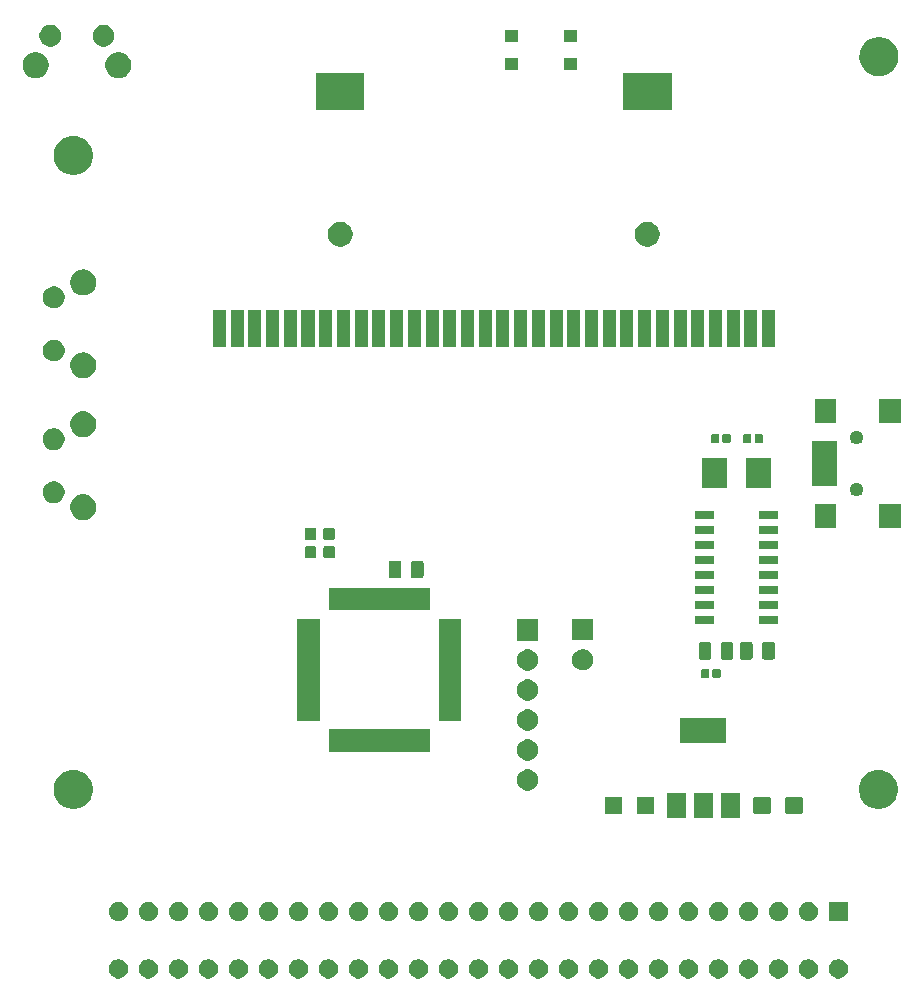
<source format=gbr>
G04 #@! TF.GenerationSoftware,KiCad,Pcbnew,(5.1.6)-1*
G04 #@! TF.CreationDate,2020-11-21T20:25:47+01:00*
G04 #@! TF.ProjectId,Dandanator CPC,44616e64-616e-4617-946f-72204350432e,rev?*
G04 #@! TF.SameCoordinates,Original*
G04 #@! TF.FileFunction,Soldermask,Top*
G04 #@! TF.FilePolarity,Negative*
%FSLAX46Y46*%
G04 Gerber Fmt 4.6, Leading zero omitted, Abs format (unit mm)*
G04 Created by KiCad (PCBNEW (5.1.6)-1) date 2020-11-21 20:25:47*
%MOMM*%
%LPD*%
G01*
G04 APERTURE LIST*
%ADD10C,0.100000*%
G04 APERTURE END LIST*
D10*
G36*
X35957142Y-103848442D02*
G01*
X36105101Y-103909729D01*
X36238255Y-103998699D01*
X36351501Y-104111945D01*
X36440471Y-104245099D01*
X36501758Y-104393058D01*
X36533000Y-104550125D01*
X36533000Y-104710275D01*
X36501758Y-104867342D01*
X36440471Y-105015301D01*
X36351501Y-105148455D01*
X36238255Y-105261701D01*
X36105101Y-105350671D01*
X35957142Y-105411958D01*
X35800075Y-105443200D01*
X35639925Y-105443200D01*
X35482858Y-105411958D01*
X35334899Y-105350671D01*
X35201745Y-105261701D01*
X35088499Y-105148455D01*
X34999529Y-105015301D01*
X34938242Y-104867342D01*
X34907000Y-104710275D01*
X34907000Y-104550125D01*
X34938242Y-104393058D01*
X34999529Y-104245099D01*
X35088499Y-104111945D01*
X35201745Y-103998699D01*
X35334899Y-103909729D01*
X35482858Y-103848442D01*
X35639925Y-103817200D01*
X35800075Y-103817200D01*
X35957142Y-103848442D01*
G37*
G36*
X84217142Y-103848442D02*
G01*
X84365101Y-103909729D01*
X84498255Y-103998699D01*
X84611501Y-104111945D01*
X84700471Y-104245099D01*
X84761758Y-104393058D01*
X84793000Y-104550125D01*
X84793000Y-104710275D01*
X84761758Y-104867342D01*
X84700471Y-105015301D01*
X84611501Y-105148455D01*
X84498255Y-105261701D01*
X84365101Y-105350671D01*
X84217142Y-105411958D01*
X84060075Y-105443200D01*
X83899925Y-105443200D01*
X83742858Y-105411958D01*
X83594899Y-105350671D01*
X83461745Y-105261701D01*
X83348499Y-105148455D01*
X83259529Y-105015301D01*
X83198242Y-104867342D01*
X83167000Y-104710275D01*
X83167000Y-104550125D01*
X83198242Y-104393058D01*
X83259529Y-104245099D01*
X83348499Y-104111945D01*
X83461745Y-103998699D01*
X83594899Y-103909729D01*
X83742858Y-103848442D01*
X83899925Y-103817200D01*
X84060075Y-103817200D01*
X84217142Y-103848442D01*
G37*
G36*
X53737142Y-103848442D02*
G01*
X53885101Y-103909729D01*
X54018255Y-103998699D01*
X54131501Y-104111945D01*
X54220471Y-104245099D01*
X54281758Y-104393058D01*
X54313000Y-104550125D01*
X54313000Y-104710275D01*
X54281758Y-104867342D01*
X54220471Y-105015301D01*
X54131501Y-105148455D01*
X54018255Y-105261701D01*
X53885101Y-105350671D01*
X53737142Y-105411958D01*
X53580075Y-105443200D01*
X53419925Y-105443200D01*
X53262858Y-105411958D01*
X53114899Y-105350671D01*
X52981745Y-105261701D01*
X52868499Y-105148455D01*
X52779529Y-105015301D01*
X52718242Y-104867342D01*
X52687000Y-104710275D01*
X52687000Y-104550125D01*
X52718242Y-104393058D01*
X52779529Y-104245099D01*
X52868499Y-104111945D01*
X52981745Y-103998699D01*
X53114899Y-103909729D01*
X53262858Y-103848442D01*
X53419925Y-103817200D01*
X53580075Y-103817200D01*
X53737142Y-103848442D01*
G37*
G36*
X56277142Y-103848442D02*
G01*
X56425101Y-103909729D01*
X56558255Y-103998699D01*
X56671501Y-104111945D01*
X56760471Y-104245099D01*
X56821758Y-104393058D01*
X56853000Y-104550125D01*
X56853000Y-104710275D01*
X56821758Y-104867342D01*
X56760471Y-105015301D01*
X56671501Y-105148455D01*
X56558255Y-105261701D01*
X56425101Y-105350671D01*
X56277142Y-105411958D01*
X56120075Y-105443200D01*
X55959925Y-105443200D01*
X55802858Y-105411958D01*
X55654899Y-105350671D01*
X55521745Y-105261701D01*
X55408499Y-105148455D01*
X55319529Y-105015301D01*
X55258242Y-104867342D01*
X55227000Y-104710275D01*
X55227000Y-104550125D01*
X55258242Y-104393058D01*
X55319529Y-104245099D01*
X55408499Y-104111945D01*
X55521745Y-103998699D01*
X55654899Y-103909729D01*
X55802858Y-103848442D01*
X55959925Y-103817200D01*
X56120075Y-103817200D01*
X56277142Y-103848442D01*
G37*
G36*
X58817142Y-103848442D02*
G01*
X58965101Y-103909729D01*
X59098255Y-103998699D01*
X59211501Y-104111945D01*
X59300471Y-104245099D01*
X59361758Y-104393058D01*
X59393000Y-104550125D01*
X59393000Y-104710275D01*
X59361758Y-104867342D01*
X59300471Y-105015301D01*
X59211501Y-105148455D01*
X59098255Y-105261701D01*
X58965101Y-105350671D01*
X58817142Y-105411958D01*
X58660075Y-105443200D01*
X58499925Y-105443200D01*
X58342858Y-105411958D01*
X58194899Y-105350671D01*
X58061745Y-105261701D01*
X57948499Y-105148455D01*
X57859529Y-105015301D01*
X57798242Y-104867342D01*
X57767000Y-104710275D01*
X57767000Y-104550125D01*
X57798242Y-104393058D01*
X57859529Y-104245099D01*
X57948499Y-104111945D01*
X58061745Y-103998699D01*
X58194899Y-103909729D01*
X58342858Y-103848442D01*
X58499925Y-103817200D01*
X58660075Y-103817200D01*
X58817142Y-103848442D01*
G37*
G36*
X61357142Y-103848442D02*
G01*
X61505101Y-103909729D01*
X61638255Y-103998699D01*
X61751501Y-104111945D01*
X61840471Y-104245099D01*
X61901758Y-104393058D01*
X61933000Y-104550125D01*
X61933000Y-104710275D01*
X61901758Y-104867342D01*
X61840471Y-105015301D01*
X61751501Y-105148455D01*
X61638255Y-105261701D01*
X61505101Y-105350671D01*
X61357142Y-105411958D01*
X61200075Y-105443200D01*
X61039925Y-105443200D01*
X60882858Y-105411958D01*
X60734899Y-105350671D01*
X60601745Y-105261701D01*
X60488499Y-105148455D01*
X60399529Y-105015301D01*
X60338242Y-104867342D01*
X60307000Y-104710275D01*
X60307000Y-104550125D01*
X60338242Y-104393058D01*
X60399529Y-104245099D01*
X60488499Y-104111945D01*
X60601745Y-103998699D01*
X60734899Y-103909729D01*
X60882858Y-103848442D01*
X61039925Y-103817200D01*
X61200075Y-103817200D01*
X61357142Y-103848442D01*
G37*
G36*
X63897142Y-103848442D02*
G01*
X64045101Y-103909729D01*
X64178255Y-103998699D01*
X64291501Y-104111945D01*
X64380471Y-104245099D01*
X64441758Y-104393058D01*
X64473000Y-104550125D01*
X64473000Y-104710275D01*
X64441758Y-104867342D01*
X64380471Y-105015301D01*
X64291501Y-105148455D01*
X64178255Y-105261701D01*
X64045101Y-105350671D01*
X63897142Y-105411958D01*
X63740075Y-105443200D01*
X63579925Y-105443200D01*
X63422858Y-105411958D01*
X63274899Y-105350671D01*
X63141745Y-105261701D01*
X63028499Y-105148455D01*
X62939529Y-105015301D01*
X62878242Y-104867342D01*
X62847000Y-104710275D01*
X62847000Y-104550125D01*
X62878242Y-104393058D01*
X62939529Y-104245099D01*
X63028499Y-104111945D01*
X63141745Y-103998699D01*
X63274899Y-103909729D01*
X63422858Y-103848442D01*
X63579925Y-103817200D01*
X63740075Y-103817200D01*
X63897142Y-103848442D01*
G37*
G36*
X66437142Y-103848442D02*
G01*
X66585101Y-103909729D01*
X66718255Y-103998699D01*
X66831501Y-104111945D01*
X66920471Y-104245099D01*
X66981758Y-104393058D01*
X67013000Y-104550125D01*
X67013000Y-104710275D01*
X66981758Y-104867342D01*
X66920471Y-105015301D01*
X66831501Y-105148455D01*
X66718255Y-105261701D01*
X66585101Y-105350671D01*
X66437142Y-105411958D01*
X66280075Y-105443200D01*
X66119925Y-105443200D01*
X65962858Y-105411958D01*
X65814899Y-105350671D01*
X65681745Y-105261701D01*
X65568499Y-105148455D01*
X65479529Y-105015301D01*
X65418242Y-104867342D01*
X65387000Y-104710275D01*
X65387000Y-104550125D01*
X65418242Y-104393058D01*
X65479529Y-104245099D01*
X65568499Y-104111945D01*
X65681745Y-103998699D01*
X65814899Y-103909729D01*
X65962858Y-103848442D01*
X66119925Y-103817200D01*
X66280075Y-103817200D01*
X66437142Y-103848442D01*
G37*
G36*
X68977142Y-103848442D02*
G01*
X69125101Y-103909729D01*
X69258255Y-103998699D01*
X69371501Y-104111945D01*
X69460471Y-104245099D01*
X69521758Y-104393058D01*
X69553000Y-104550125D01*
X69553000Y-104710275D01*
X69521758Y-104867342D01*
X69460471Y-105015301D01*
X69371501Y-105148455D01*
X69258255Y-105261701D01*
X69125101Y-105350671D01*
X68977142Y-105411958D01*
X68820075Y-105443200D01*
X68659925Y-105443200D01*
X68502858Y-105411958D01*
X68354899Y-105350671D01*
X68221745Y-105261701D01*
X68108499Y-105148455D01*
X68019529Y-105015301D01*
X67958242Y-104867342D01*
X67927000Y-104710275D01*
X67927000Y-104550125D01*
X67958242Y-104393058D01*
X68019529Y-104245099D01*
X68108499Y-104111945D01*
X68221745Y-103998699D01*
X68354899Y-103909729D01*
X68502858Y-103848442D01*
X68659925Y-103817200D01*
X68820075Y-103817200D01*
X68977142Y-103848442D01*
G37*
G36*
X71517142Y-103848442D02*
G01*
X71665101Y-103909729D01*
X71798255Y-103998699D01*
X71911501Y-104111945D01*
X72000471Y-104245099D01*
X72061758Y-104393058D01*
X72093000Y-104550125D01*
X72093000Y-104710275D01*
X72061758Y-104867342D01*
X72000471Y-105015301D01*
X71911501Y-105148455D01*
X71798255Y-105261701D01*
X71665101Y-105350671D01*
X71517142Y-105411958D01*
X71360075Y-105443200D01*
X71199925Y-105443200D01*
X71042858Y-105411958D01*
X70894899Y-105350671D01*
X70761745Y-105261701D01*
X70648499Y-105148455D01*
X70559529Y-105015301D01*
X70498242Y-104867342D01*
X70467000Y-104710275D01*
X70467000Y-104550125D01*
X70498242Y-104393058D01*
X70559529Y-104245099D01*
X70648499Y-104111945D01*
X70761745Y-103998699D01*
X70894899Y-103909729D01*
X71042858Y-103848442D01*
X71199925Y-103817200D01*
X71360075Y-103817200D01*
X71517142Y-103848442D01*
G37*
G36*
X74057142Y-103848442D02*
G01*
X74205101Y-103909729D01*
X74338255Y-103998699D01*
X74451501Y-104111945D01*
X74540471Y-104245099D01*
X74601758Y-104393058D01*
X74633000Y-104550125D01*
X74633000Y-104710275D01*
X74601758Y-104867342D01*
X74540471Y-105015301D01*
X74451501Y-105148455D01*
X74338255Y-105261701D01*
X74205101Y-105350671D01*
X74057142Y-105411958D01*
X73900075Y-105443200D01*
X73739925Y-105443200D01*
X73582858Y-105411958D01*
X73434899Y-105350671D01*
X73301745Y-105261701D01*
X73188499Y-105148455D01*
X73099529Y-105015301D01*
X73038242Y-104867342D01*
X73007000Y-104710275D01*
X73007000Y-104550125D01*
X73038242Y-104393058D01*
X73099529Y-104245099D01*
X73188499Y-104111945D01*
X73301745Y-103998699D01*
X73434899Y-103909729D01*
X73582858Y-103848442D01*
X73739925Y-103817200D01*
X73900075Y-103817200D01*
X74057142Y-103848442D01*
G37*
G36*
X76597142Y-103848442D02*
G01*
X76745101Y-103909729D01*
X76878255Y-103998699D01*
X76991501Y-104111945D01*
X77080471Y-104245099D01*
X77141758Y-104393058D01*
X77173000Y-104550125D01*
X77173000Y-104710275D01*
X77141758Y-104867342D01*
X77080471Y-105015301D01*
X76991501Y-105148455D01*
X76878255Y-105261701D01*
X76745101Y-105350671D01*
X76597142Y-105411958D01*
X76440075Y-105443200D01*
X76279925Y-105443200D01*
X76122858Y-105411958D01*
X75974899Y-105350671D01*
X75841745Y-105261701D01*
X75728499Y-105148455D01*
X75639529Y-105015301D01*
X75578242Y-104867342D01*
X75547000Y-104710275D01*
X75547000Y-104550125D01*
X75578242Y-104393058D01*
X75639529Y-104245099D01*
X75728499Y-104111945D01*
X75841745Y-103998699D01*
X75974899Y-103909729D01*
X76122858Y-103848442D01*
X76279925Y-103817200D01*
X76440075Y-103817200D01*
X76597142Y-103848442D01*
G37*
G36*
X79137142Y-103848442D02*
G01*
X79285101Y-103909729D01*
X79418255Y-103998699D01*
X79531501Y-104111945D01*
X79620471Y-104245099D01*
X79681758Y-104393058D01*
X79713000Y-104550125D01*
X79713000Y-104710275D01*
X79681758Y-104867342D01*
X79620471Y-105015301D01*
X79531501Y-105148455D01*
X79418255Y-105261701D01*
X79285101Y-105350671D01*
X79137142Y-105411958D01*
X78980075Y-105443200D01*
X78819925Y-105443200D01*
X78662858Y-105411958D01*
X78514899Y-105350671D01*
X78381745Y-105261701D01*
X78268499Y-105148455D01*
X78179529Y-105015301D01*
X78118242Y-104867342D01*
X78087000Y-104710275D01*
X78087000Y-104550125D01*
X78118242Y-104393058D01*
X78179529Y-104245099D01*
X78268499Y-104111945D01*
X78381745Y-103998699D01*
X78514899Y-103909729D01*
X78662858Y-103848442D01*
X78819925Y-103817200D01*
X78980075Y-103817200D01*
X79137142Y-103848442D01*
G37*
G36*
X86757142Y-103848442D02*
G01*
X86905101Y-103909729D01*
X87038255Y-103998699D01*
X87151501Y-104111945D01*
X87240471Y-104245099D01*
X87301758Y-104393058D01*
X87333000Y-104550125D01*
X87333000Y-104710275D01*
X87301758Y-104867342D01*
X87240471Y-105015301D01*
X87151501Y-105148455D01*
X87038255Y-105261701D01*
X86905101Y-105350671D01*
X86757142Y-105411958D01*
X86600075Y-105443200D01*
X86439925Y-105443200D01*
X86282858Y-105411958D01*
X86134899Y-105350671D01*
X86001745Y-105261701D01*
X85888499Y-105148455D01*
X85799529Y-105015301D01*
X85738242Y-104867342D01*
X85707000Y-104710275D01*
X85707000Y-104550125D01*
X85738242Y-104393058D01*
X85799529Y-104245099D01*
X85888499Y-104111945D01*
X86001745Y-103998699D01*
X86134899Y-103909729D01*
X86282858Y-103848442D01*
X86439925Y-103817200D01*
X86600075Y-103817200D01*
X86757142Y-103848442D01*
G37*
G36*
X81677142Y-103848442D02*
G01*
X81825101Y-103909729D01*
X81958255Y-103998699D01*
X82071501Y-104111945D01*
X82160471Y-104245099D01*
X82221758Y-104393058D01*
X82253000Y-104550125D01*
X82253000Y-104710275D01*
X82221758Y-104867342D01*
X82160471Y-105015301D01*
X82071501Y-105148455D01*
X81958255Y-105261701D01*
X81825101Y-105350671D01*
X81677142Y-105411958D01*
X81520075Y-105443200D01*
X81359925Y-105443200D01*
X81202858Y-105411958D01*
X81054899Y-105350671D01*
X80921745Y-105261701D01*
X80808499Y-105148455D01*
X80719529Y-105015301D01*
X80658242Y-104867342D01*
X80627000Y-104710275D01*
X80627000Y-104550125D01*
X80658242Y-104393058D01*
X80719529Y-104245099D01*
X80808499Y-104111945D01*
X80921745Y-103998699D01*
X81054899Y-103909729D01*
X81202858Y-103848442D01*
X81359925Y-103817200D01*
X81520075Y-103817200D01*
X81677142Y-103848442D01*
G37*
G36*
X96917142Y-103848442D02*
G01*
X97065101Y-103909729D01*
X97198255Y-103998699D01*
X97311501Y-104111945D01*
X97400471Y-104245099D01*
X97461758Y-104393058D01*
X97493000Y-104550125D01*
X97493000Y-104710275D01*
X97461758Y-104867342D01*
X97400471Y-105015301D01*
X97311501Y-105148455D01*
X97198255Y-105261701D01*
X97065101Y-105350671D01*
X96917142Y-105411958D01*
X96760075Y-105443200D01*
X96599925Y-105443200D01*
X96442858Y-105411958D01*
X96294899Y-105350671D01*
X96161745Y-105261701D01*
X96048499Y-105148455D01*
X95959529Y-105015301D01*
X95898242Y-104867342D01*
X95867000Y-104710275D01*
X95867000Y-104550125D01*
X95898242Y-104393058D01*
X95959529Y-104245099D01*
X96048499Y-104111945D01*
X96161745Y-103998699D01*
X96294899Y-103909729D01*
X96442858Y-103848442D01*
X96599925Y-103817200D01*
X96760075Y-103817200D01*
X96917142Y-103848442D01*
G37*
G36*
X38497142Y-103848442D02*
G01*
X38645101Y-103909729D01*
X38778255Y-103998699D01*
X38891501Y-104111945D01*
X38980471Y-104245099D01*
X39041758Y-104393058D01*
X39073000Y-104550125D01*
X39073000Y-104710275D01*
X39041758Y-104867342D01*
X38980471Y-105015301D01*
X38891501Y-105148455D01*
X38778255Y-105261701D01*
X38645101Y-105350671D01*
X38497142Y-105411958D01*
X38340075Y-105443200D01*
X38179925Y-105443200D01*
X38022858Y-105411958D01*
X37874899Y-105350671D01*
X37741745Y-105261701D01*
X37628499Y-105148455D01*
X37539529Y-105015301D01*
X37478242Y-104867342D01*
X37447000Y-104710275D01*
X37447000Y-104550125D01*
X37478242Y-104393058D01*
X37539529Y-104245099D01*
X37628499Y-104111945D01*
X37741745Y-103998699D01*
X37874899Y-103909729D01*
X38022858Y-103848442D01*
X38179925Y-103817200D01*
X38340075Y-103817200D01*
X38497142Y-103848442D01*
G37*
G36*
X41037142Y-103848442D02*
G01*
X41185101Y-103909729D01*
X41318255Y-103998699D01*
X41431501Y-104111945D01*
X41520471Y-104245099D01*
X41581758Y-104393058D01*
X41613000Y-104550125D01*
X41613000Y-104710275D01*
X41581758Y-104867342D01*
X41520471Y-105015301D01*
X41431501Y-105148455D01*
X41318255Y-105261701D01*
X41185101Y-105350671D01*
X41037142Y-105411958D01*
X40880075Y-105443200D01*
X40719925Y-105443200D01*
X40562858Y-105411958D01*
X40414899Y-105350671D01*
X40281745Y-105261701D01*
X40168499Y-105148455D01*
X40079529Y-105015301D01*
X40018242Y-104867342D01*
X39987000Y-104710275D01*
X39987000Y-104550125D01*
X40018242Y-104393058D01*
X40079529Y-104245099D01*
X40168499Y-104111945D01*
X40281745Y-103998699D01*
X40414899Y-103909729D01*
X40562858Y-103848442D01*
X40719925Y-103817200D01*
X40880075Y-103817200D01*
X41037142Y-103848442D01*
G37*
G36*
X43577142Y-103848442D02*
G01*
X43725101Y-103909729D01*
X43858255Y-103998699D01*
X43971501Y-104111945D01*
X44060471Y-104245099D01*
X44121758Y-104393058D01*
X44153000Y-104550125D01*
X44153000Y-104710275D01*
X44121758Y-104867342D01*
X44060471Y-105015301D01*
X43971501Y-105148455D01*
X43858255Y-105261701D01*
X43725101Y-105350671D01*
X43577142Y-105411958D01*
X43420075Y-105443200D01*
X43259925Y-105443200D01*
X43102858Y-105411958D01*
X42954899Y-105350671D01*
X42821745Y-105261701D01*
X42708499Y-105148455D01*
X42619529Y-105015301D01*
X42558242Y-104867342D01*
X42527000Y-104710275D01*
X42527000Y-104550125D01*
X42558242Y-104393058D01*
X42619529Y-104245099D01*
X42708499Y-104111945D01*
X42821745Y-103998699D01*
X42954899Y-103909729D01*
X43102858Y-103848442D01*
X43259925Y-103817200D01*
X43420075Y-103817200D01*
X43577142Y-103848442D01*
G37*
G36*
X46117142Y-103848442D02*
G01*
X46265101Y-103909729D01*
X46398255Y-103998699D01*
X46511501Y-104111945D01*
X46600471Y-104245099D01*
X46661758Y-104393058D01*
X46693000Y-104550125D01*
X46693000Y-104710275D01*
X46661758Y-104867342D01*
X46600471Y-105015301D01*
X46511501Y-105148455D01*
X46398255Y-105261701D01*
X46265101Y-105350671D01*
X46117142Y-105411958D01*
X45960075Y-105443200D01*
X45799925Y-105443200D01*
X45642858Y-105411958D01*
X45494899Y-105350671D01*
X45361745Y-105261701D01*
X45248499Y-105148455D01*
X45159529Y-105015301D01*
X45098242Y-104867342D01*
X45067000Y-104710275D01*
X45067000Y-104550125D01*
X45098242Y-104393058D01*
X45159529Y-104245099D01*
X45248499Y-104111945D01*
X45361745Y-103998699D01*
X45494899Y-103909729D01*
X45642858Y-103848442D01*
X45799925Y-103817200D01*
X45960075Y-103817200D01*
X46117142Y-103848442D01*
G37*
G36*
X48657142Y-103848442D02*
G01*
X48805101Y-103909729D01*
X48938255Y-103998699D01*
X49051501Y-104111945D01*
X49140471Y-104245099D01*
X49201758Y-104393058D01*
X49233000Y-104550125D01*
X49233000Y-104710275D01*
X49201758Y-104867342D01*
X49140471Y-105015301D01*
X49051501Y-105148455D01*
X48938255Y-105261701D01*
X48805101Y-105350671D01*
X48657142Y-105411958D01*
X48500075Y-105443200D01*
X48339925Y-105443200D01*
X48182858Y-105411958D01*
X48034899Y-105350671D01*
X47901745Y-105261701D01*
X47788499Y-105148455D01*
X47699529Y-105015301D01*
X47638242Y-104867342D01*
X47607000Y-104710275D01*
X47607000Y-104550125D01*
X47638242Y-104393058D01*
X47699529Y-104245099D01*
X47788499Y-104111945D01*
X47901745Y-103998699D01*
X48034899Y-103909729D01*
X48182858Y-103848442D01*
X48339925Y-103817200D01*
X48500075Y-103817200D01*
X48657142Y-103848442D01*
G37*
G36*
X51197142Y-103848442D02*
G01*
X51345101Y-103909729D01*
X51478255Y-103998699D01*
X51591501Y-104111945D01*
X51680471Y-104245099D01*
X51741758Y-104393058D01*
X51773000Y-104550125D01*
X51773000Y-104710275D01*
X51741758Y-104867342D01*
X51680471Y-105015301D01*
X51591501Y-105148455D01*
X51478255Y-105261701D01*
X51345101Y-105350671D01*
X51197142Y-105411958D01*
X51040075Y-105443200D01*
X50879925Y-105443200D01*
X50722858Y-105411958D01*
X50574899Y-105350671D01*
X50441745Y-105261701D01*
X50328499Y-105148455D01*
X50239529Y-105015301D01*
X50178242Y-104867342D01*
X50147000Y-104710275D01*
X50147000Y-104550125D01*
X50178242Y-104393058D01*
X50239529Y-104245099D01*
X50328499Y-104111945D01*
X50441745Y-103998699D01*
X50574899Y-103909729D01*
X50722858Y-103848442D01*
X50879925Y-103817200D01*
X51040075Y-103817200D01*
X51197142Y-103848442D01*
G37*
G36*
X94377142Y-103848442D02*
G01*
X94525101Y-103909729D01*
X94658255Y-103998699D01*
X94771501Y-104111945D01*
X94860471Y-104245099D01*
X94921758Y-104393058D01*
X94953000Y-104550125D01*
X94953000Y-104710275D01*
X94921758Y-104867342D01*
X94860471Y-105015301D01*
X94771501Y-105148455D01*
X94658255Y-105261701D01*
X94525101Y-105350671D01*
X94377142Y-105411958D01*
X94220075Y-105443200D01*
X94059925Y-105443200D01*
X93902858Y-105411958D01*
X93754899Y-105350671D01*
X93621745Y-105261701D01*
X93508499Y-105148455D01*
X93419529Y-105015301D01*
X93358242Y-104867342D01*
X93327000Y-104710275D01*
X93327000Y-104550125D01*
X93358242Y-104393058D01*
X93419529Y-104245099D01*
X93508499Y-104111945D01*
X93621745Y-103998699D01*
X93754899Y-103909729D01*
X93902858Y-103848442D01*
X94059925Y-103817200D01*
X94220075Y-103817200D01*
X94377142Y-103848442D01*
G37*
G36*
X91837142Y-103848442D02*
G01*
X91985101Y-103909729D01*
X92118255Y-103998699D01*
X92231501Y-104111945D01*
X92320471Y-104245099D01*
X92381758Y-104393058D01*
X92413000Y-104550125D01*
X92413000Y-104710275D01*
X92381758Y-104867342D01*
X92320471Y-105015301D01*
X92231501Y-105148455D01*
X92118255Y-105261701D01*
X91985101Y-105350671D01*
X91837142Y-105411958D01*
X91680075Y-105443200D01*
X91519925Y-105443200D01*
X91362858Y-105411958D01*
X91214899Y-105350671D01*
X91081745Y-105261701D01*
X90968499Y-105148455D01*
X90879529Y-105015301D01*
X90818242Y-104867342D01*
X90787000Y-104710275D01*
X90787000Y-104550125D01*
X90818242Y-104393058D01*
X90879529Y-104245099D01*
X90968499Y-104111945D01*
X91081745Y-103998699D01*
X91214899Y-103909729D01*
X91362858Y-103848442D01*
X91519925Y-103817200D01*
X91680075Y-103817200D01*
X91837142Y-103848442D01*
G37*
G36*
X89297142Y-103848442D02*
G01*
X89445101Y-103909729D01*
X89578255Y-103998699D01*
X89691501Y-104111945D01*
X89780471Y-104245099D01*
X89841758Y-104393058D01*
X89873000Y-104550125D01*
X89873000Y-104710275D01*
X89841758Y-104867342D01*
X89780471Y-105015301D01*
X89691501Y-105148455D01*
X89578255Y-105261701D01*
X89445101Y-105350671D01*
X89297142Y-105411958D01*
X89140075Y-105443200D01*
X88979925Y-105443200D01*
X88822858Y-105411958D01*
X88674899Y-105350671D01*
X88541745Y-105261701D01*
X88428499Y-105148455D01*
X88339529Y-105015301D01*
X88278242Y-104867342D01*
X88247000Y-104710275D01*
X88247000Y-104550125D01*
X88278242Y-104393058D01*
X88339529Y-104245099D01*
X88428499Y-104111945D01*
X88541745Y-103998699D01*
X88674899Y-103909729D01*
X88822858Y-103848442D01*
X88979925Y-103817200D01*
X89140075Y-103817200D01*
X89297142Y-103848442D01*
G37*
G36*
X86757142Y-98997042D02*
G01*
X86905101Y-99058329D01*
X87038255Y-99147299D01*
X87151501Y-99260545D01*
X87240471Y-99393699D01*
X87301758Y-99541658D01*
X87333000Y-99698725D01*
X87333000Y-99858875D01*
X87301758Y-100015942D01*
X87240471Y-100163901D01*
X87151501Y-100297055D01*
X87038255Y-100410301D01*
X86905101Y-100499271D01*
X86757142Y-100560558D01*
X86600075Y-100591800D01*
X86439925Y-100591800D01*
X86282858Y-100560558D01*
X86134899Y-100499271D01*
X86001745Y-100410301D01*
X85888499Y-100297055D01*
X85799529Y-100163901D01*
X85738242Y-100015942D01*
X85707000Y-99858875D01*
X85707000Y-99698725D01*
X85738242Y-99541658D01*
X85799529Y-99393699D01*
X85888499Y-99260545D01*
X86001745Y-99147299D01*
X86134899Y-99058329D01*
X86282858Y-98997042D01*
X86439925Y-98965800D01*
X86600075Y-98965800D01*
X86757142Y-98997042D01*
G37*
G36*
X58817142Y-98997042D02*
G01*
X58965101Y-99058329D01*
X59098255Y-99147299D01*
X59211501Y-99260545D01*
X59300471Y-99393699D01*
X59361758Y-99541658D01*
X59393000Y-99698725D01*
X59393000Y-99858875D01*
X59361758Y-100015942D01*
X59300471Y-100163901D01*
X59211501Y-100297055D01*
X59098255Y-100410301D01*
X58965101Y-100499271D01*
X58817142Y-100560558D01*
X58660075Y-100591800D01*
X58499925Y-100591800D01*
X58342858Y-100560558D01*
X58194899Y-100499271D01*
X58061745Y-100410301D01*
X57948499Y-100297055D01*
X57859529Y-100163901D01*
X57798242Y-100015942D01*
X57767000Y-99858875D01*
X57767000Y-99698725D01*
X57798242Y-99541658D01*
X57859529Y-99393699D01*
X57948499Y-99260545D01*
X58061745Y-99147299D01*
X58194899Y-99058329D01*
X58342858Y-98997042D01*
X58499925Y-98965800D01*
X58660075Y-98965800D01*
X58817142Y-98997042D01*
G37*
G36*
X61357142Y-98997042D02*
G01*
X61505101Y-99058329D01*
X61638255Y-99147299D01*
X61751501Y-99260545D01*
X61840471Y-99393699D01*
X61901758Y-99541658D01*
X61933000Y-99698725D01*
X61933000Y-99858875D01*
X61901758Y-100015942D01*
X61840471Y-100163901D01*
X61751501Y-100297055D01*
X61638255Y-100410301D01*
X61505101Y-100499271D01*
X61357142Y-100560558D01*
X61200075Y-100591800D01*
X61039925Y-100591800D01*
X60882858Y-100560558D01*
X60734899Y-100499271D01*
X60601745Y-100410301D01*
X60488499Y-100297055D01*
X60399529Y-100163901D01*
X60338242Y-100015942D01*
X60307000Y-99858875D01*
X60307000Y-99698725D01*
X60338242Y-99541658D01*
X60399529Y-99393699D01*
X60488499Y-99260545D01*
X60601745Y-99147299D01*
X60734899Y-99058329D01*
X60882858Y-98997042D01*
X61039925Y-98965800D01*
X61200075Y-98965800D01*
X61357142Y-98997042D01*
G37*
G36*
X63897142Y-98997042D02*
G01*
X64045101Y-99058329D01*
X64178255Y-99147299D01*
X64291501Y-99260545D01*
X64380471Y-99393699D01*
X64441758Y-99541658D01*
X64473000Y-99698725D01*
X64473000Y-99858875D01*
X64441758Y-100015942D01*
X64380471Y-100163901D01*
X64291501Y-100297055D01*
X64178255Y-100410301D01*
X64045101Y-100499271D01*
X63897142Y-100560558D01*
X63740075Y-100591800D01*
X63579925Y-100591800D01*
X63422858Y-100560558D01*
X63274899Y-100499271D01*
X63141745Y-100410301D01*
X63028499Y-100297055D01*
X62939529Y-100163901D01*
X62878242Y-100015942D01*
X62847000Y-99858875D01*
X62847000Y-99698725D01*
X62878242Y-99541658D01*
X62939529Y-99393699D01*
X63028499Y-99260545D01*
X63141745Y-99147299D01*
X63274899Y-99058329D01*
X63422858Y-98997042D01*
X63579925Y-98965800D01*
X63740075Y-98965800D01*
X63897142Y-98997042D01*
G37*
G36*
X66437142Y-98997042D02*
G01*
X66585101Y-99058329D01*
X66718255Y-99147299D01*
X66831501Y-99260545D01*
X66920471Y-99393699D01*
X66981758Y-99541658D01*
X67013000Y-99698725D01*
X67013000Y-99858875D01*
X66981758Y-100015942D01*
X66920471Y-100163901D01*
X66831501Y-100297055D01*
X66718255Y-100410301D01*
X66585101Y-100499271D01*
X66437142Y-100560558D01*
X66280075Y-100591800D01*
X66119925Y-100591800D01*
X65962858Y-100560558D01*
X65814899Y-100499271D01*
X65681745Y-100410301D01*
X65568499Y-100297055D01*
X65479529Y-100163901D01*
X65418242Y-100015942D01*
X65387000Y-99858875D01*
X65387000Y-99698725D01*
X65418242Y-99541658D01*
X65479529Y-99393699D01*
X65568499Y-99260545D01*
X65681745Y-99147299D01*
X65814899Y-99058329D01*
X65962858Y-98997042D01*
X66119925Y-98965800D01*
X66280075Y-98965800D01*
X66437142Y-98997042D01*
G37*
G36*
X68977142Y-98997042D02*
G01*
X69125101Y-99058329D01*
X69258255Y-99147299D01*
X69371501Y-99260545D01*
X69460471Y-99393699D01*
X69521758Y-99541658D01*
X69553000Y-99698725D01*
X69553000Y-99858875D01*
X69521758Y-100015942D01*
X69460471Y-100163901D01*
X69371501Y-100297055D01*
X69258255Y-100410301D01*
X69125101Y-100499271D01*
X68977142Y-100560558D01*
X68820075Y-100591800D01*
X68659925Y-100591800D01*
X68502858Y-100560558D01*
X68354899Y-100499271D01*
X68221745Y-100410301D01*
X68108499Y-100297055D01*
X68019529Y-100163901D01*
X67958242Y-100015942D01*
X67927000Y-99858875D01*
X67927000Y-99698725D01*
X67958242Y-99541658D01*
X68019529Y-99393699D01*
X68108499Y-99260545D01*
X68221745Y-99147299D01*
X68354899Y-99058329D01*
X68502858Y-98997042D01*
X68659925Y-98965800D01*
X68820075Y-98965800D01*
X68977142Y-98997042D01*
G37*
G36*
X71517142Y-98997042D02*
G01*
X71665101Y-99058329D01*
X71798255Y-99147299D01*
X71911501Y-99260545D01*
X72000471Y-99393699D01*
X72061758Y-99541658D01*
X72093000Y-99698725D01*
X72093000Y-99858875D01*
X72061758Y-100015942D01*
X72000471Y-100163901D01*
X71911501Y-100297055D01*
X71798255Y-100410301D01*
X71665101Y-100499271D01*
X71517142Y-100560558D01*
X71360075Y-100591800D01*
X71199925Y-100591800D01*
X71042858Y-100560558D01*
X70894899Y-100499271D01*
X70761745Y-100410301D01*
X70648499Y-100297055D01*
X70559529Y-100163901D01*
X70498242Y-100015942D01*
X70467000Y-99858875D01*
X70467000Y-99698725D01*
X70498242Y-99541658D01*
X70559529Y-99393699D01*
X70648499Y-99260545D01*
X70761745Y-99147299D01*
X70894899Y-99058329D01*
X71042858Y-98997042D01*
X71199925Y-98965800D01*
X71360075Y-98965800D01*
X71517142Y-98997042D01*
G37*
G36*
X76597142Y-98997042D02*
G01*
X76745101Y-99058329D01*
X76878255Y-99147299D01*
X76991501Y-99260545D01*
X77080471Y-99393699D01*
X77141758Y-99541658D01*
X77173000Y-99698725D01*
X77173000Y-99858875D01*
X77141758Y-100015942D01*
X77080471Y-100163901D01*
X76991501Y-100297055D01*
X76878255Y-100410301D01*
X76745101Y-100499271D01*
X76597142Y-100560558D01*
X76440075Y-100591800D01*
X76279925Y-100591800D01*
X76122858Y-100560558D01*
X75974899Y-100499271D01*
X75841745Y-100410301D01*
X75728499Y-100297055D01*
X75639529Y-100163901D01*
X75578242Y-100015942D01*
X75547000Y-99858875D01*
X75547000Y-99698725D01*
X75578242Y-99541658D01*
X75639529Y-99393699D01*
X75728499Y-99260545D01*
X75841745Y-99147299D01*
X75974899Y-99058329D01*
X76122858Y-98997042D01*
X76279925Y-98965800D01*
X76440075Y-98965800D01*
X76597142Y-98997042D01*
G37*
G36*
X79137142Y-98997042D02*
G01*
X79285101Y-99058329D01*
X79418255Y-99147299D01*
X79531501Y-99260545D01*
X79620471Y-99393699D01*
X79681758Y-99541658D01*
X79713000Y-99698725D01*
X79713000Y-99858875D01*
X79681758Y-100015942D01*
X79620471Y-100163901D01*
X79531501Y-100297055D01*
X79418255Y-100410301D01*
X79285101Y-100499271D01*
X79137142Y-100560558D01*
X78980075Y-100591800D01*
X78819925Y-100591800D01*
X78662858Y-100560558D01*
X78514899Y-100499271D01*
X78381745Y-100410301D01*
X78268499Y-100297055D01*
X78179529Y-100163901D01*
X78118242Y-100015942D01*
X78087000Y-99858875D01*
X78087000Y-99698725D01*
X78118242Y-99541658D01*
X78179529Y-99393699D01*
X78268499Y-99260545D01*
X78381745Y-99147299D01*
X78514899Y-99058329D01*
X78662858Y-98997042D01*
X78819925Y-98965800D01*
X78980075Y-98965800D01*
X79137142Y-98997042D01*
G37*
G36*
X81677142Y-98997042D02*
G01*
X81825101Y-99058329D01*
X81958255Y-99147299D01*
X82071501Y-99260545D01*
X82160471Y-99393699D01*
X82221758Y-99541658D01*
X82253000Y-99698725D01*
X82253000Y-99858875D01*
X82221758Y-100015942D01*
X82160471Y-100163901D01*
X82071501Y-100297055D01*
X81958255Y-100410301D01*
X81825101Y-100499271D01*
X81677142Y-100560558D01*
X81520075Y-100591800D01*
X81359925Y-100591800D01*
X81202858Y-100560558D01*
X81054899Y-100499271D01*
X80921745Y-100410301D01*
X80808499Y-100297055D01*
X80719529Y-100163901D01*
X80658242Y-100015942D01*
X80627000Y-99858875D01*
X80627000Y-99698725D01*
X80658242Y-99541658D01*
X80719529Y-99393699D01*
X80808499Y-99260545D01*
X80921745Y-99147299D01*
X81054899Y-99058329D01*
X81202858Y-98997042D01*
X81359925Y-98965800D01*
X81520075Y-98965800D01*
X81677142Y-98997042D01*
G37*
G36*
X89297142Y-98997042D02*
G01*
X89445101Y-99058329D01*
X89578255Y-99147299D01*
X89691501Y-99260545D01*
X89780471Y-99393699D01*
X89841758Y-99541658D01*
X89873000Y-99698725D01*
X89873000Y-99858875D01*
X89841758Y-100015942D01*
X89780471Y-100163901D01*
X89691501Y-100297055D01*
X89578255Y-100410301D01*
X89445101Y-100499271D01*
X89297142Y-100560558D01*
X89140075Y-100591800D01*
X88979925Y-100591800D01*
X88822858Y-100560558D01*
X88674899Y-100499271D01*
X88541745Y-100410301D01*
X88428499Y-100297055D01*
X88339529Y-100163901D01*
X88278242Y-100015942D01*
X88247000Y-99858875D01*
X88247000Y-99698725D01*
X88278242Y-99541658D01*
X88339529Y-99393699D01*
X88428499Y-99260545D01*
X88541745Y-99147299D01*
X88674899Y-99058329D01*
X88822858Y-98997042D01*
X88979925Y-98965800D01*
X89140075Y-98965800D01*
X89297142Y-98997042D01*
G37*
G36*
X91837142Y-98997042D02*
G01*
X91985101Y-99058329D01*
X92118255Y-99147299D01*
X92231501Y-99260545D01*
X92320471Y-99393699D01*
X92381758Y-99541658D01*
X92413000Y-99698725D01*
X92413000Y-99858875D01*
X92381758Y-100015942D01*
X92320471Y-100163901D01*
X92231501Y-100297055D01*
X92118255Y-100410301D01*
X91985101Y-100499271D01*
X91837142Y-100560558D01*
X91680075Y-100591800D01*
X91519925Y-100591800D01*
X91362858Y-100560558D01*
X91214899Y-100499271D01*
X91081745Y-100410301D01*
X90968499Y-100297055D01*
X90879529Y-100163901D01*
X90818242Y-100015942D01*
X90787000Y-99858875D01*
X90787000Y-99698725D01*
X90818242Y-99541658D01*
X90879529Y-99393699D01*
X90968499Y-99260545D01*
X91081745Y-99147299D01*
X91214899Y-99058329D01*
X91362858Y-98997042D01*
X91519925Y-98965800D01*
X91680075Y-98965800D01*
X91837142Y-98997042D01*
G37*
G36*
X51197142Y-98997042D02*
G01*
X51345101Y-99058329D01*
X51478255Y-99147299D01*
X51591501Y-99260545D01*
X51680471Y-99393699D01*
X51741758Y-99541658D01*
X51773000Y-99698725D01*
X51773000Y-99858875D01*
X51741758Y-100015942D01*
X51680471Y-100163901D01*
X51591501Y-100297055D01*
X51478255Y-100410301D01*
X51345101Y-100499271D01*
X51197142Y-100560558D01*
X51040075Y-100591800D01*
X50879925Y-100591800D01*
X50722858Y-100560558D01*
X50574899Y-100499271D01*
X50441745Y-100410301D01*
X50328499Y-100297055D01*
X50239529Y-100163901D01*
X50178242Y-100015942D01*
X50147000Y-99858875D01*
X50147000Y-99698725D01*
X50178242Y-99541658D01*
X50239529Y-99393699D01*
X50328499Y-99260545D01*
X50441745Y-99147299D01*
X50574899Y-99058329D01*
X50722858Y-98997042D01*
X50879925Y-98965800D01*
X51040075Y-98965800D01*
X51197142Y-98997042D01*
G37*
G36*
X56277142Y-98997042D02*
G01*
X56425101Y-99058329D01*
X56558255Y-99147299D01*
X56671501Y-99260545D01*
X56760471Y-99393699D01*
X56821758Y-99541658D01*
X56853000Y-99698725D01*
X56853000Y-99858875D01*
X56821758Y-100015942D01*
X56760471Y-100163901D01*
X56671501Y-100297055D01*
X56558255Y-100410301D01*
X56425101Y-100499271D01*
X56277142Y-100560558D01*
X56120075Y-100591800D01*
X55959925Y-100591800D01*
X55802858Y-100560558D01*
X55654899Y-100499271D01*
X55521745Y-100410301D01*
X55408499Y-100297055D01*
X55319529Y-100163901D01*
X55258242Y-100015942D01*
X55227000Y-99858875D01*
X55227000Y-99698725D01*
X55258242Y-99541658D01*
X55319529Y-99393699D01*
X55408499Y-99260545D01*
X55521745Y-99147299D01*
X55654899Y-99058329D01*
X55802858Y-98997042D01*
X55959925Y-98965800D01*
X56120075Y-98965800D01*
X56277142Y-98997042D01*
G37*
G36*
X97493000Y-100591800D02*
G01*
X95867000Y-100591800D01*
X95867000Y-98965800D01*
X97493000Y-98965800D01*
X97493000Y-100591800D01*
G37*
G36*
X43577142Y-98997042D02*
G01*
X43725101Y-99058329D01*
X43858255Y-99147299D01*
X43971501Y-99260545D01*
X44060471Y-99393699D01*
X44121758Y-99541658D01*
X44153000Y-99698725D01*
X44153000Y-99858875D01*
X44121758Y-100015942D01*
X44060471Y-100163901D01*
X43971501Y-100297055D01*
X43858255Y-100410301D01*
X43725101Y-100499271D01*
X43577142Y-100560558D01*
X43420075Y-100591800D01*
X43259925Y-100591800D01*
X43102858Y-100560558D01*
X42954899Y-100499271D01*
X42821745Y-100410301D01*
X42708499Y-100297055D01*
X42619529Y-100163901D01*
X42558242Y-100015942D01*
X42527000Y-99858875D01*
X42527000Y-99698725D01*
X42558242Y-99541658D01*
X42619529Y-99393699D01*
X42708499Y-99260545D01*
X42821745Y-99147299D01*
X42954899Y-99058329D01*
X43102858Y-98997042D01*
X43259925Y-98965800D01*
X43420075Y-98965800D01*
X43577142Y-98997042D01*
G37*
G36*
X48657142Y-98997042D02*
G01*
X48805101Y-99058329D01*
X48938255Y-99147299D01*
X49051501Y-99260545D01*
X49140471Y-99393699D01*
X49201758Y-99541658D01*
X49233000Y-99698725D01*
X49233000Y-99858875D01*
X49201758Y-100015942D01*
X49140471Y-100163901D01*
X49051501Y-100297055D01*
X48938255Y-100410301D01*
X48805101Y-100499271D01*
X48657142Y-100560558D01*
X48500075Y-100591800D01*
X48339925Y-100591800D01*
X48182858Y-100560558D01*
X48034899Y-100499271D01*
X47901745Y-100410301D01*
X47788499Y-100297055D01*
X47699529Y-100163901D01*
X47638242Y-100015942D01*
X47607000Y-99858875D01*
X47607000Y-99698725D01*
X47638242Y-99541658D01*
X47699529Y-99393699D01*
X47788499Y-99260545D01*
X47901745Y-99147299D01*
X48034899Y-99058329D01*
X48182858Y-98997042D01*
X48339925Y-98965800D01*
X48500075Y-98965800D01*
X48657142Y-98997042D01*
G37*
G36*
X46117142Y-98997042D02*
G01*
X46265101Y-99058329D01*
X46398255Y-99147299D01*
X46511501Y-99260545D01*
X46600471Y-99393699D01*
X46661758Y-99541658D01*
X46693000Y-99698725D01*
X46693000Y-99858875D01*
X46661758Y-100015942D01*
X46600471Y-100163901D01*
X46511501Y-100297055D01*
X46398255Y-100410301D01*
X46265101Y-100499271D01*
X46117142Y-100560558D01*
X45960075Y-100591800D01*
X45799925Y-100591800D01*
X45642858Y-100560558D01*
X45494899Y-100499271D01*
X45361745Y-100410301D01*
X45248499Y-100297055D01*
X45159529Y-100163901D01*
X45098242Y-100015942D01*
X45067000Y-99858875D01*
X45067000Y-99698725D01*
X45098242Y-99541658D01*
X45159529Y-99393699D01*
X45248499Y-99260545D01*
X45361745Y-99147299D01*
X45494899Y-99058329D01*
X45642858Y-98997042D01*
X45799925Y-98965800D01*
X45960075Y-98965800D01*
X46117142Y-98997042D01*
G37*
G36*
X84217142Y-98997042D02*
G01*
X84365101Y-99058329D01*
X84498255Y-99147299D01*
X84611501Y-99260545D01*
X84700471Y-99393699D01*
X84761758Y-99541658D01*
X84793000Y-99698725D01*
X84793000Y-99858875D01*
X84761758Y-100015942D01*
X84700471Y-100163901D01*
X84611501Y-100297055D01*
X84498255Y-100410301D01*
X84365101Y-100499271D01*
X84217142Y-100560558D01*
X84060075Y-100591800D01*
X83899925Y-100591800D01*
X83742858Y-100560558D01*
X83594899Y-100499271D01*
X83461745Y-100410301D01*
X83348499Y-100297055D01*
X83259529Y-100163901D01*
X83198242Y-100015942D01*
X83167000Y-99858875D01*
X83167000Y-99698725D01*
X83198242Y-99541658D01*
X83259529Y-99393699D01*
X83348499Y-99260545D01*
X83461745Y-99147299D01*
X83594899Y-99058329D01*
X83742858Y-98997042D01*
X83899925Y-98965800D01*
X84060075Y-98965800D01*
X84217142Y-98997042D01*
G37*
G36*
X38497142Y-98997042D02*
G01*
X38645101Y-99058329D01*
X38778255Y-99147299D01*
X38891501Y-99260545D01*
X38980471Y-99393699D01*
X39041758Y-99541658D01*
X39073000Y-99698725D01*
X39073000Y-99858875D01*
X39041758Y-100015942D01*
X38980471Y-100163901D01*
X38891501Y-100297055D01*
X38778255Y-100410301D01*
X38645101Y-100499271D01*
X38497142Y-100560558D01*
X38340075Y-100591800D01*
X38179925Y-100591800D01*
X38022858Y-100560558D01*
X37874899Y-100499271D01*
X37741745Y-100410301D01*
X37628499Y-100297055D01*
X37539529Y-100163901D01*
X37478242Y-100015942D01*
X37447000Y-99858875D01*
X37447000Y-99698725D01*
X37478242Y-99541658D01*
X37539529Y-99393699D01*
X37628499Y-99260545D01*
X37741745Y-99147299D01*
X37874899Y-99058329D01*
X38022858Y-98997042D01*
X38179925Y-98965800D01*
X38340075Y-98965800D01*
X38497142Y-98997042D01*
G37*
G36*
X53737142Y-98997042D02*
G01*
X53885101Y-99058329D01*
X54018255Y-99147299D01*
X54131501Y-99260545D01*
X54220471Y-99393699D01*
X54281758Y-99541658D01*
X54313000Y-99698725D01*
X54313000Y-99858875D01*
X54281758Y-100015942D01*
X54220471Y-100163901D01*
X54131501Y-100297055D01*
X54018255Y-100410301D01*
X53885101Y-100499271D01*
X53737142Y-100560558D01*
X53580075Y-100591800D01*
X53419925Y-100591800D01*
X53262858Y-100560558D01*
X53114899Y-100499271D01*
X52981745Y-100410301D01*
X52868499Y-100297055D01*
X52779529Y-100163901D01*
X52718242Y-100015942D01*
X52687000Y-99858875D01*
X52687000Y-99698725D01*
X52718242Y-99541658D01*
X52779529Y-99393699D01*
X52868499Y-99260545D01*
X52981745Y-99147299D01*
X53114899Y-99058329D01*
X53262858Y-98997042D01*
X53419925Y-98965800D01*
X53580075Y-98965800D01*
X53737142Y-98997042D01*
G37*
G36*
X74057142Y-98997042D02*
G01*
X74205101Y-99058329D01*
X74338255Y-99147299D01*
X74451501Y-99260545D01*
X74540471Y-99393699D01*
X74601758Y-99541658D01*
X74633000Y-99698725D01*
X74633000Y-99858875D01*
X74601758Y-100015942D01*
X74540471Y-100163901D01*
X74451501Y-100297055D01*
X74338255Y-100410301D01*
X74205101Y-100499271D01*
X74057142Y-100560558D01*
X73900075Y-100591800D01*
X73739925Y-100591800D01*
X73582858Y-100560558D01*
X73434899Y-100499271D01*
X73301745Y-100410301D01*
X73188499Y-100297055D01*
X73099529Y-100163901D01*
X73038242Y-100015942D01*
X73007000Y-99858875D01*
X73007000Y-99698725D01*
X73038242Y-99541658D01*
X73099529Y-99393699D01*
X73188499Y-99260545D01*
X73301745Y-99147299D01*
X73434899Y-99058329D01*
X73582858Y-98997042D01*
X73739925Y-98965800D01*
X73900075Y-98965800D01*
X74057142Y-98997042D01*
G37*
G36*
X94377142Y-98997042D02*
G01*
X94525101Y-99058329D01*
X94658255Y-99147299D01*
X94771501Y-99260545D01*
X94860471Y-99393699D01*
X94921758Y-99541658D01*
X94953000Y-99698725D01*
X94953000Y-99858875D01*
X94921758Y-100015942D01*
X94860471Y-100163901D01*
X94771501Y-100297055D01*
X94658255Y-100410301D01*
X94525101Y-100499271D01*
X94377142Y-100560558D01*
X94220075Y-100591800D01*
X94059925Y-100591800D01*
X93902858Y-100560558D01*
X93754899Y-100499271D01*
X93621745Y-100410301D01*
X93508499Y-100297055D01*
X93419529Y-100163901D01*
X93358242Y-100015942D01*
X93327000Y-99858875D01*
X93327000Y-99698725D01*
X93358242Y-99541658D01*
X93419529Y-99393699D01*
X93508499Y-99260545D01*
X93621745Y-99147299D01*
X93754899Y-99058329D01*
X93902858Y-98997042D01*
X94059925Y-98965800D01*
X94220075Y-98965800D01*
X94377142Y-98997042D01*
G37*
G36*
X35957142Y-98997042D02*
G01*
X36105101Y-99058329D01*
X36238255Y-99147299D01*
X36351501Y-99260545D01*
X36440471Y-99393699D01*
X36501758Y-99541658D01*
X36533000Y-99698725D01*
X36533000Y-99858875D01*
X36501758Y-100015942D01*
X36440471Y-100163901D01*
X36351501Y-100297055D01*
X36238255Y-100410301D01*
X36105101Y-100499271D01*
X35957142Y-100560558D01*
X35800075Y-100591800D01*
X35639925Y-100591800D01*
X35482858Y-100560558D01*
X35334899Y-100499271D01*
X35201745Y-100410301D01*
X35088499Y-100297055D01*
X34999529Y-100163901D01*
X34938242Y-100015942D01*
X34907000Y-99858875D01*
X34907000Y-99698725D01*
X34938242Y-99541658D01*
X34999529Y-99393699D01*
X35088499Y-99260545D01*
X35201745Y-99147299D01*
X35334899Y-99058329D01*
X35482858Y-98997042D01*
X35639925Y-98965800D01*
X35800075Y-98965800D01*
X35957142Y-98997042D01*
G37*
G36*
X41037142Y-98997042D02*
G01*
X41185101Y-99058329D01*
X41318255Y-99147299D01*
X41431501Y-99260545D01*
X41520471Y-99393699D01*
X41581758Y-99541658D01*
X41613000Y-99698725D01*
X41613000Y-99858875D01*
X41581758Y-100015942D01*
X41520471Y-100163901D01*
X41431501Y-100297055D01*
X41318255Y-100410301D01*
X41185101Y-100499271D01*
X41037142Y-100560558D01*
X40880075Y-100591800D01*
X40719925Y-100591800D01*
X40562858Y-100560558D01*
X40414899Y-100499271D01*
X40281745Y-100410301D01*
X40168499Y-100297055D01*
X40079529Y-100163901D01*
X40018242Y-100015942D01*
X39987000Y-99858875D01*
X39987000Y-99698725D01*
X40018242Y-99541658D01*
X40079529Y-99393699D01*
X40168499Y-99260545D01*
X40281745Y-99147299D01*
X40414899Y-99058329D01*
X40562858Y-98997042D01*
X40719925Y-98965800D01*
X40880075Y-98965800D01*
X41037142Y-98997042D01*
G37*
G36*
X88356100Y-91825900D02*
G01*
X86754100Y-91825900D01*
X86754100Y-89723900D01*
X88356100Y-89723900D01*
X88356100Y-91825900D01*
G37*
G36*
X86056100Y-91825900D02*
G01*
X84454100Y-91825900D01*
X84454100Y-89723900D01*
X86056100Y-89723900D01*
X86056100Y-91825900D01*
G37*
G36*
X83756100Y-91825900D02*
G01*
X82154100Y-91825900D01*
X82154100Y-89723900D01*
X83756100Y-89723900D01*
X83756100Y-91825900D01*
G37*
G36*
X90819898Y-90065447D02*
G01*
X90855467Y-90076237D01*
X90888239Y-90093754D01*
X90916969Y-90117331D01*
X90940546Y-90146061D01*
X90958063Y-90178833D01*
X90968853Y-90214402D01*
X90973100Y-90257525D01*
X90973100Y-91316875D01*
X90968853Y-91359998D01*
X90958063Y-91395567D01*
X90940546Y-91428339D01*
X90916969Y-91457069D01*
X90888239Y-91480646D01*
X90855467Y-91498163D01*
X90819898Y-91508953D01*
X90776775Y-91513200D01*
X89667425Y-91513200D01*
X89624302Y-91508953D01*
X89588733Y-91498163D01*
X89555961Y-91480646D01*
X89527231Y-91457069D01*
X89503654Y-91428339D01*
X89486137Y-91395567D01*
X89475347Y-91359998D01*
X89471100Y-91316875D01*
X89471100Y-90257525D01*
X89475347Y-90214402D01*
X89486137Y-90178833D01*
X89503654Y-90146061D01*
X89527231Y-90117331D01*
X89555961Y-90093754D01*
X89588733Y-90076237D01*
X89624302Y-90065447D01*
X89667425Y-90061200D01*
X90776775Y-90061200D01*
X90819898Y-90065447D01*
G37*
G36*
X93519898Y-90065447D02*
G01*
X93555467Y-90076237D01*
X93588239Y-90093754D01*
X93616969Y-90117331D01*
X93640546Y-90146061D01*
X93658063Y-90178833D01*
X93668853Y-90214402D01*
X93673100Y-90257525D01*
X93673100Y-91316875D01*
X93668853Y-91359998D01*
X93658063Y-91395567D01*
X93640546Y-91428339D01*
X93616969Y-91457069D01*
X93588239Y-91480646D01*
X93555467Y-91498163D01*
X93519898Y-91508953D01*
X93476775Y-91513200D01*
X92367425Y-91513200D01*
X92324302Y-91508953D01*
X92288733Y-91498163D01*
X92255961Y-91480646D01*
X92227231Y-91457069D01*
X92203654Y-91428339D01*
X92186137Y-91395567D01*
X92175347Y-91359998D01*
X92171100Y-91316875D01*
X92171100Y-90257525D01*
X92175347Y-90214402D01*
X92186137Y-90178833D01*
X92203654Y-90146061D01*
X92227231Y-90117331D01*
X92255961Y-90093754D01*
X92288733Y-90076237D01*
X92324302Y-90065447D01*
X92367425Y-90061200D01*
X93476775Y-90061200D01*
X93519898Y-90065447D01*
G37*
G36*
X80944298Y-90057847D02*
G01*
X80979867Y-90068637D01*
X81012639Y-90086154D01*
X81041369Y-90109731D01*
X81064946Y-90138461D01*
X81082463Y-90171233D01*
X81093253Y-90206802D01*
X81097500Y-90249925D01*
X81097500Y-91309275D01*
X81093253Y-91352398D01*
X81082463Y-91387967D01*
X81064946Y-91420739D01*
X81041369Y-91449469D01*
X81012639Y-91473046D01*
X80979867Y-91490563D01*
X80944298Y-91501353D01*
X80901175Y-91505600D01*
X79791825Y-91505600D01*
X79748702Y-91501353D01*
X79713133Y-91490563D01*
X79680361Y-91473046D01*
X79651631Y-91449469D01*
X79628054Y-91420739D01*
X79610537Y-91387967D01*
X79599747Y-91352398D01*
X79595500Y-91309275D01*
X79595500Y-90249925D01*
X79599747Y-90206802D01*
X79610537Y-90171233D01*
X79628054Y-90138461D01*
X79651631Y-90109731D01*
X79680361Y-90086154D01*
X79713133Y-90068637D01*
X79748702Y-90057847D01*
X79791825Y-90053600D01*
X80901175Y-90053600D01*
X80944298Y-90057847D01*
G37*
G36*
X78244298Y-90057847D02*
G01*
X78279867Y-90068637D01*
X78312639Y-90086154D01*
X78341369Y-90109731D01*
X78364946Y-90138461D01*
X78382463Y-90171233D01*
X78393253Y-90206802D01*
X78397500Y-90249925D01*
X78397500Y-91309275D01*
X78393253Y-91352398D01*
X78382463Y-91387967D01*
X78364946Y-91420739D01*
X78341369Y-91449469D01*
X78312639Y-91473046D01*
X78279867Y-91490563D01*
X78244298Y-91501353D01*
X78201175Y-91505600D01*
X77091825Y-91505600D01*
X77048702Y-91501353D01*
X77013133Y-91490563D01*
X76980361Y-91473046D01*
X76951631Y-91449469D01*
X76928054Y-91420739D01*
X76910537Y-91387967D01*
X76899747Y-91352398D01*
X76895500Y-91309275D01*
X76895500Y-90249925D01*
X76899747Y-90206802D01*
X76910537Y-90171233D01*
X76928054Y-90138461D01*
X76951631Y-90109731D01*
X76980361Y-90086154D01*
X77013133Y-90068637D01*
X77048702Y-90057847D01*
X77091825Y-90053600D01*
X78201175Y-90053600D01*
X78244298Y-90057847D01*
G37*
G36*
X100436256Y-87822198D02*
G01*
X100542579Y-87843347D01*
X100843042Y-87967803D01*
X101113451Y-88148485D01*
X101343415Y-88378449D01*
X101524097Y-88648858D01*
X101648553Y-88949321D01*
X101712000Y-89268291D01*
X101712000Y-89593509D01*
X101648553Y-89912479D01*
X101576614Y-90086154D01*
X101538226Y-90178833D01*
X101524097Y-90212942D01*
X101343415Y-90483351D01*
X101113451Y-90713315D01*
X100843042Y-90893997D01*
X100542579Y-91018453D01*
X100436256Y-91039602D01*
X100223611Y-91081900D01*
X99898389Y-91081900D01*
X99685744Y-91039602D01*
X99579421Y-91018453D01*
X99278958Y-90893997D01*
X99008549Y-90713315D01*
X98778585Y-90483351D01*
X98597903Y-90212942D01*
X98583775Y-90178833D01*
X98545386Y-90086154D01*
X98473447Y-89912479D01*
X98410000Y-89593509D01*
X98410000Y-89268291D01*
X98473447Y-88949321D01*
X98597903Y-88648858D01*
X98778585Y-88378449D01*
X99008549Y-88148485D01*
X99278958Y-87967803D01*
X99579421Y-87843347D01*
X99685744Y-87822198D01*
X99898389Y-87779900D01*
X100223611Y-87779900D01*
X100436256Y-87822198D01*
G37*
G36*
X32277656Y-87822198D02*
G01*
X32383979Y-87843347D01*
X32684442Y-87967803D01*
X32954851Y-88148485D01*
X33184815Y-88378449D01*
X33365497Y-88648858D01*
X33489953Y-88949321D01*
X33553400Y-89268291D01*
X33553400Y-89593509D01*
X33489953Y-89912479D01*
X33418014Y-90086154D01*
X33379626Y-90178833D01*
X33365497Y-90212942D01*
X33184815Y-90483351D01*
X32954851Y-90713315D01*
X32684442Y-90893997D01*
X32383979Y-91018453D01*
X32277656Y-91039602D01*
X32065011Y-91081900D01*
X31739789Y-91081900D01*
X31527144Y-91039602D01*
X31420821Y-91018453D01*
X31120358Y-90893997D01*
X30849949Y-90713315D01*
X30619985Y-90483351D01*
X30439303Y-90212942D01*
X30425175Y-90178833D01*
X30386786Y-90086154D01*
X30314847Y-89912479D01*
X30251400Y-89593509D01*
X30251400Y-89268291D01*
X30314847Y-88949321D01*
X30439303Y-88648858D01*
X30619985Y-88378449D01*
X30849949Y-88148485D01*
X31120358Y-87967803D01*
X31420821Y-87843347D01*
X31527144Y-87822198D01*
X31739789Y-87779900D01*
X32065011Y-87779900D01*
X32277656Y-87822198D01*
G37*
G36*
X70481612Y-87739727D02*
G01*
X70630912Y-87769424D01*
X70794884Y-87837344D01*
X70942454Y-87935947D01*
X71067953Y-88061446D01*
X71166556Y-88209016D01*
X71234476Y-88372988D01*
X71269100Y-88547059D01*
X71269100Y-88724541D01*
X71234476Y-88898612D01*
X71166556Y-89062584D01*
X71067953Y-89210154D01*
X70942454Y-89335653D01*
X70794884Y-89434256D01*
X70630912Y-89502176D01*
X70481612Y-89531873D01*
X70456842Y-89536800D01*
X70279358Y-89536800D01*
X70254588Y-89531873D01*
X70105288Y-89502176D01*
X69941316Y-89434256D01*
X69793746Y-89335653D01*
X69668247Y-89210154D01*
X69569644Y-89062584D01*
X69501724Y-88898612D01*
X69467100Y-88724541D01*
X69467100Y-88547059D01*
X69501724Y-88372988D01*
X69569644Y-88209016D01*
X69668247Y-88061446D01*
X69793746Y-87935947D01*
X69941316Y-87837344D01*
X70105288Y-87769424D01*
X70254588Y-87739727D01*
X70279358Y-87734800D01*
X70456842Y-87734800D01*
X70481612Y-87739727D01*
G37*
G36*
X70481612Y-85199727D02*
G01*
X70630912Y-85229424D01*
X70794884Y-85297344D01*
X70942454Y-85395947D01*
X71067953Y-85521446D01*
X71166556Y-85669016D01*
X71234476Y-85832988D01*
X71269100Y-86007059D01*
X71269100Y-86184541D01*
X71234476Y-86358612D01*
X71166556Y-86522584D01*
X71067953Y-86670154D01*
X70942454Y-86795653D01*
X70794884Y-86894256D01*
X70630912Y-86962176D01*
X70481612Y-86991873D01*
X70456842Y-86996800D01*
X70279358Y-86996800D01*
X70254588Y-86991873D01*
X70105288Y-86962176D01*
X69941316Y-86894256D01*
X69793746Y-86795653D01*
X69668247Y-86670154D01*
X69569644Y-86522584D01*
X69501724Y-86358612D01*
X69467100Y-86184541D01*
X69467100Y-86007059D01*
X69501724Y-85832988D01*
X69569644Y-85669016D01*
X69668247Y-85521446D01*
X69793746Y-85395947D01*
X69941316Y-85297344D01*
X70105288Y-85229424D01*
X70254588Y-85199727D01*
X70279358Y-85194800D01*
X70456842Y-85194800D01*
X70481612Y-85199727D01*
G37*
G36*
X62124100Y-86247200D02*
G01*
X53522100Y-86247200D01*
X53522100Y-84345200D01*
X62124100Y-84345200D01*
X62124100Y-86247200D01*
G37*
G36*
X87206100Y-85525900D02*
G01*
X83304100Y-85525900D01*
X83304100Y-83423900D01*
X87206100Y-83423900D01*
X87206100Y-85525900D01*
G37*
G36*
X70481612Y-82659727D02*
G01*
X70630912Y-82689424D01*
X70794884Y-82757344D01*
X70942454Y-82855947D01*
X71067953Y-82981446D01*
X71166556Y-83129016D01*
X71234476Y-83292988D01*
X71269100Y-83467059D01*
X71269100Y-83644541D01*
X71234476Y-83818612D01*
X71166556Y-83982584D01*
X71067953Y-84130154D01*
X70942454Y-84255653D01*
X70794884Y-84354256D01*
X70630912Y-84422176D01*
X70481612Y-84451873D01*
X70456842Y-84456800D01*
X70279358Y-84456800D01*
X70254588Y-84451873D01*
X70105288Y-84422176D01*
X69941316Y-84354256D01*
X69793746Y-84255653D01*
X69668247Y-84130154D01*
X69569644Y-83982584D01*
X69501724Y-83818612D01*
X69467100Y-83644541D01*
X69467100Y-83467059D01*
X69501724Y-83292988D01*
X69569644Y-83129016D01*
X69668247Y-82981446D01*
X69793746Y-82855947D01*
X69941316Y-82757344D01*
X70105288Y-82689424D01*
X70254588Y-82659727D01*
X70279358Y-82654800D01*
X70456842Y-82654800D01*
X70481612Y-82659727D01*
G37*
G36*
X64774100Y-83597200D02*
G01*
X62872100Y-83597200D01*
X62872100Y-74995200D01*
X64774100Y-74995200D01*
X64774100Y-83597200D01*
G37*
G36*
X52774100Y-83597200D02*
G01*
X50872100Y-83597200D01*
X50872100Y-74995200D01*
X52774100Y-74995200D01*
X52774100Y-83597200D01*
G37*
G36*
X70481612Y-80119727D02*
G01*
X70630912Y-80149424D01*
X70794884Y-80217344D01*
X70942454Y-80315947D01*
X71067953Y-80441446D01*
X71166556Y-80589016D01*
X71234476Y-80752988D01*
X71269100Y-80927059D01*
X71269100Y-81104541D01*
X71234476Y-81278612D01*
X71166556Y-81442584D01*
X71067953Y-81590154D01*
X70942454Y-81715653D01*
X70794884Y-81814256D01*
X70630912Y-81882176D01*
X70481612Y-81911873D01*
X70456842Y-81916800D01*
X70279358Y-81916800D01*
X70254588Y-81911873D01*
X70105288Y-81882176D01*
X69941316Y-81814256D01*
X69793746Y-81715653D01*
X69668247Y-81590154D01*
X69569644Y-81442584D01*
X69501724Y-81278612D01*
X69467100Y-81104541D01*
X69467100Y-80927059D01*
X69501724Y-80752988D01*
X69569644Y-80589016D01*
X69668247Y-80441446D01*
X69793746Y-80315947D01*
X69941316Y-80217344D01*
X70105288Y-80149424D01*
X70254588Y-80119727D01*
X70279358Y-80114800D01*
X70456842Y-80114800D01*
X70481612Y-80119727D01*
G37*
G36*
X86621838Y-79258216D02*
G01*
X86642457Y-79264471D01*
X86661453Y-79274624D01*
X86678108Y-79288292D01*
X86691776Y-79304947D01*
X86701929Y-79323943D01*
X86708184Y-79344562D01*
X86710900Y-79372140D01*
X86710900Y-79880860D01*
X86708184Y-79908438D01*
X86701929Y-79929057D01*
X86691776Y-79948053D01*
X86678108Y-79964708D01*
X86661453Y-79978376D01*
X86642457Y-79988529D01*
X86621838Y-79994784D01*
X86594260Y-79997500D01*
X86135540Y-79997500D01*
X86107962Y-79994784D01*
X86087343Y-79988529D01*
X86068347Y-79978376D01*
X86051692Y-79964708D01*
X86038024Y-79948053D01*
X86027871Y-79929057D01*
X86021616Y-79908438D01*
X86018900Y-79880860D01*
X86018900Y-79372140D01*
X86021616Y-79344562D01*
X86027871Y-79323943D01*
X86038024Y-79304947D01*
X86051692Y-79288292D01*
X86068347Y-79274624D01*
X86087343Y-79264471D01*
X86107962Y-79258216D01*
X86135540Y-79255500D01*
X86594260Y-79255500D01*
X86621838Y-79258216D01*
G37*
G36*
X85651838Y-79258216D02*
G01*
X85672457Y-79264471D01*
X85691453Y-79274624D01*
X85708108Y-79288292D01*
X85721776Y-79304947D01*
X85731929Y-79323943D01*
X85738184Y-79344562D01*
X85740900Y-79372140D01*
X85740900Y-79880860D01*
X85738184Y-79908438D01*
X85731929Y-79929057D01*
X85721776Y-79948053D01*
X85708108Y-79964708D01*
X85691453Y-79978376D01*
X85672457Y-79988529D01*
X85651838Y-79994784D01*
X85624260Y-79997500D01*
X85165540Y-79997500D01*
X85137962Y-79994784D01*
X85117343Y-79988529D01*
X85098347Y-79978376D01*
X85081692Y-79964708D01*
X85068024Y-79948053D01*
X85057871Y-79929057D01*
X85051616Y-79908438D01*
X85048900Y-79880860D01*
X85048900Y-79372140D01*
X85051616Y-79344562D01*
X85057871Y-79323943D01*
X85068024Y-79304947D01*
X85081692Y-79288292D01*
X85098347Y-79274624D01*
X85117343Y-79264471D01*
X85137962Y-79258216D01*
X85165540Y-79255500D01*
X85624260Y-79255500D01*
X85651838Y-79258216D01*
G37*
G36*
X70481612Y-77579727D02*
G01*
X70630912Y-77609424D01*
X70794884Y-77677344D01*
X70942454Y-77775947D01*
X71067953Y-77901446D01*
X71166556Y-78049016D01*
X71234476Y-78212988D01*
X71262182Y-78352277D01*
X71268396Y-78383517D01*
X71269100Y-78387059D01*
X71269100Y-78564541D01*
X71234476Y-78738612D01*
X71166556Y-78902584D01*
X71067953Y-79050154D01*
X70942454Y-79175653D01*
X70794884Y-79274256D01*
X70630912Y-79342176D01*
X70481612Y-79371873D01*
X70456842Y-79376800D01*
X70279358Y-79376800D01*
X70254588Y-79371873D01*
X70105288Y-79342176D01*
X69941316Y-79274256D01*
X69793746Y-79175653D01*
X69668247Y-79050154D01*
X69569644Y-78902584D01*
X69501724Y-78738612D01*
X69467100Y-78564541D01*
X69467100Y-78387059D01*
X69467805Y-78383517D01*
X69474018Y-78352277D01*
X69501724Y-78212988D01*
X69569644Y-78049016D01*
X69668247Y-77901446D01*
X69793746Y-77775947D01*
X69941316Y-77677344D01*
X70105288Y-77609424D01*
X70254588Y-77579727D01*
X70279358Y-77574800D01*
X70456842Y-77574800D01*
X70481612Y-77579727D01*
G37*
G36*
X75142512Y-77561927D02*
G01*
X75291812Y-77591624D01*
X75455784Y-77659544D01*
X75603354Y-77758147D01*
X75728853Y-77883646D01*
X75827456Y-78031216D01*
X75895376Y-78195188D01*
X75911905Y-78278288D01*
X75930000Y-78369258D01*
X75930000Y-78546742D01*
X75926459Y-78564542D01*
X75895376Y-78720812D01*
X75827456Y-78884784D01*
X75728853Y-79032354D01*
X75603354Y-79157853D01*
X75455784Y-79256456D01*
X75291812Y-79324376D01*
X75142512Y-79354073D01*
X75117742Y-79359000D01*
X74940258Y-79359000D01*
X74915488Y-79354073D01*
X74766188Y-79324376D01*
X74602216Y-79256456D01*
X74454646Y-79157853D01*
X74329147Y-79032354D01*
X74230544Y-78884784D01*
X74162624Y-78720812D01*
X74131541Y-78564542D01*
X74128000Y-78546742D01*
X74128000Y-78369258D01*
X74146095Y-78278288D01*
X74162624Y-78195188D01*
X74230544Y-78031216D01*
X74329147Y-77883646D01*
X74454646Y-77758147D01*
X74602216Y-77659544D01*
X74766188Y-77591624D01*
X74915488Y-77561927D01*
X74940258Y-77557000D01*
X75117742Y-77557000D01*
X75142512Y-77561927D01*
G37*
G36*
X91136568Y-76947065D02*
G01*
X91175238Y-76958796D01*
X91210877Y-76977846D01*
X91242117Y-77003483D01*
X91267754Y-77034723D01*
X91286804Y-77070362D01*
X91298535Y-77109032D01*
X91303100Y-77155388D01*
X91303100Y-78231612D01*
X91298535Y-78277968D01*
X91286804Y-78316638D01*
X91267754Y-78352277D01*
X91242117Y-78383517D01*
X91210877Y-78409154D01*
X91175238Y-78428204D01*
X91136568Y-78439935D01*
X91090212Y-78444500D01*
X90438988Y-78444500D01*
X90392632Y-78439935D01*
X90353962Y-78428204D01*
X90318323Y-78409154D01*
X90287083Y-78383517D01*
X90261446Y-78352277D01*
X90242396Y-78316638D01*
X90230665Y-78277968D01*
X90226100Y-78231612D01*
X90226100Y-77155388D01*
X90230665Y-77109032D01*
X90242396Y-77070362D01*
X90261446Y-77034723D01*
X90287083Y-77003483D01*
X90318323Y-76977846D01*
X90353962Y-76958796D01*
X90392632Y-76947065D01*
X90438988Y-76942500D01*
X91090212Y-76942500D01*
X91136568Y-76947065D01*
G37*
G36*
X87631368Y-76947065D02*
G01*
X87670038Y-76958796D01*
X87705677Y-76977846D01*
X87736917Y-77003483D01*
X87762554Y-77034723D01*
X87781604Y-77070362D01*
X87793335Y-77109032D01*
X87797900Y-77155388D01*
X87797900Y-78231612D01*
X87793335Y-78277968D01*
X87781604Y-78316638D01*
X87762554Y-78352277D01*
X87736917Y-78383517D01*
X87705677Y-78409154D01*
X87670038Y-78428204D01*
X87631368Y-78439935D01*
X87585012Y-78444500D01*
X86933788Y-78444500D01*
X86887432Y-78439935D01*
X86848762Y-78428204D01*
X86813123Y-78409154D01*
X86781883Y-78383517D01*
X86756246Y-78352277D01*
X86737196Y-78316638D01*
X86725465Y-78277968D01*
X86720900Y-78231612D01*
X86720900Y-77155388D01*
X86725465Y-77109032D01*
X86737196Y-77070362D01*
X86756246Y-77034723D01*
X86781883Y-77003483D01*
X86813123Y-76977846D01*
X86848762Y-76958796D01*
X86887432Y-76947065D01*
X86933788Y-76942500D01*
X87585012Y-76942500D01*
X87631368Y-76947065D01*
G37*
G36*
X85756368Y-76947065D02*
G01*
X85795038Y-76958796D01*
X85830677Y-76977846D01*
X85861917Y-77003483D01*
X85887554Y-77034723D01*
X85906604Y-77070362D01*
X85918335Y-77109032D01*
X85922900Y-77155388D01*
X85922900Y-78231612D01*
X85918335Y-78277968D01*
X85906604Y-78316638D01*
X85887554Y-78352277D01*
X85861917Y-78383517D01*
X85830677Y-78409154D01*
X85795038Y-78428204D01*
X85756368Y-78439935D01*
X85710012Y-78444500D01*
X85058788Y-78444500D01*
X85012432Y-78439935D01*
X84973762Y-78428204D01*
X84938123Y-78409154D01*
X84906883Y-78383517D01*
X84881246Y-78352277D01*
X84862196Y-78316638D01*
X84850465Y-78277968D01*
X84845900Y-78231612D01*
X84845900Y-77155388D01*
X84850465Y-77109032D01*
X84862196Y-77070362D01*
X84881246Y-77034723D01*
X84906883Y-77003483D01*
X84938123Y-76977846D01*
X84973762Y-76958796D01*
X85012432Y-76947065D01*
X85058788Y-76942500D01*
X85710012Y-76942500D01*
X85756368Y-76947065D01*
G37*
G36*
X89261568Y-76947065D02*
G01*
X89300238Y-76958796D01*
X89335877Y-76977846D01*
X89367117Y-77003483D01*
X89392754Y-77034723D01*
X89411804Y-77070362D01*
X89423535Y-77109032D01*
X89428100Y-77155388D01*
X89428100Y-78231612D01*
X89423535Y-78277968D01*
X89411804Y-78316638D01*
X89392754Y-78352277D01*
X89367117Y-78383517D01*
X89335877Y-78409154D01*
X89300238Y-78428204D01*
X89261568Y-78439935D01*
X89215212Y-78444500D01*
X88563988Y-78444500D01*
X88517632Y-78439935D01*
X88478962Y-78428204D01*
X88443323Y-78409154D01*
X88412083Y-78383517D01*
X88386446Y-78352277D01*
X88367396Y-78316638D01*
X88355665Y-78277968D01*
X88351100Y-78231612D01*
X88351100Y-77155388D01*
X88355665Y-77109032D01*
X88367396Y-77070362D01*
X88386446Y-77034723D01*
X88412083Y-77003483D01*
X88443323Y-76977846D01*
X88478962Y-76958796D01*
X88517632Y-76947065D01*
X88563988Y-76942500D01*
X89215212Y-76942500D01*
X89261568Y-76947065D01*
G37*
G36*
X71269100Y-76836800D02*
G01*
X69467100Y-76836800D01*
X69467100Y-75034800D01*
X71269100Y-75034800D01*
X71269100Y-76836800D01*
G37*
G36*
X75930000Y-76819000D02*
G01*
X74128000Y-76819000D01*
X74128000Y-75017000D01*
X75930000Y-75017000D01*
X75930000Y-76819000D01*
G37*
G36*
X91562800Y-75441000D02*
G01*
X89960800Y-75441000D01*
X89960800Y-74739000D01*
X91562800Y-74739000D01*
X91562800Y-75441000D01*
G37*
G36*
X86162800Y-75441000D02*
G01*
X84560800Y-75441000D01*
X84560800Y-74739000D01*
X86162800Y-74739000D01*
X86162800Y-75441000D01*
G37*
G36*
X62124100Y-74247200D02*
G01*
X53522100Y-74247200D01*
X53522100Y-72345200D01*
X62124100Y-72345200D01*
X62124100Y-74247200D01*
G37*
G36*
X86162800Y-74171000D02*
G01*
X84560800Y-74171000D01*
X84560800Y-73469000D01*
X86162800Y-73469000D01*
X86162800Y-74171000D01*
G37*
G36*
X91562800Y-74171000D02*
G01*
X89960800Y-74171000D01*
X89960800Y-73469000D01*
X91562800Y-73469000D01*
X91562800Y-74171000D01*
G37*
G36*
X91562800Y-72901000D02*
G01*
X89960800Y-72901000D01*
X89960800Y-72199000D01*
X91562800Y-72199000D01*
X91562800Y-72901000D01*
G37*
G36*
X86162800Y-72901000D02*
G01*
X84560800Y-72901000D01*
X84560800Y-72199000D01*
X86162800Y-72199000D01*
X86162800Y-72901000D01*
G37*
G36*
X86162800Y-71631000D02*
G01*
X84560800Y-71631000D01*
X84560800Y-70929000D01*
X86162800Y-70929000D01*
X86162800Y-71631000D01*
G37*
G36*
X91562800Y-71631000D02*
G01*
X89960800Y-71631000D01*
X89960800Y-70929000D01*
X91562800Y-70929000D01*
X91562800Y-71631000D01*
G37*
G36*
X59518168Y-70066165D02*
G01*
X59556838Y-70077896D01*
X59592477Y-70096946D01*
X59623717Y-70122583D01*
X59649354Y-70153823D01*
X59668404Y-70189462D01*
X59680135Y-70228132D01*
X59684700Y-70274488D01*
X59684700Y-71350712D01*
X59680135Y-71397068D01*
X59668404Y-71435738D01*
X59649354Y-71471377D01*
X59623717Y-71502617D01*
X59592477Y-71528254D01*
X59556838Y-71547304D01*
X59518168Y-71559035D01*
X59471812Y-71563600D01*
X58820588Y-71563600D01*
X58774232Y-71559035D01*
X58735562Y-71547304D01*
X58699923Y-71528254D01*
X58668683Y-71502617D01*
X58643046Y-71471377D01*
X58623996Y-71435738D01*
X58612265Y-71397068D01*
X58607700Y-71350712D01*
X58607700Y-70274488D01*
X58612265Y-70228132D01*
X58623996Y-70189462D01*
X58643046Y-70153823D01*
X58668683Y-70122583D01*
X58699923Y-70096946D01*
X58735562Y-70077896D01*
X58774232Y-70066165D01*
X58820588Y-70061600D01*
X59471812Y-70061600D01*
X59518168Y-70066165D01*
G37*
G36*
X61393168Y-70066165D02*
G01*
X61431838Y-70077896D01*
X61467477Y-70096946D01*
X61498717Y-70122583D01*
X61524354Y-70153823D01*
X61543404Y-70189462D01*
X61555135Y-70228132D01*
X61559700Y-70274488D01*
X61559700Y-71350712D01*
X61555135Y-71397068D01*
X61543404Y-71435738D01*
X61524354Y-71471377D01*
X61498717Y-71502617D01*
X61467477Y-71528254D01*
X61431838Y-71547304D01*
X61393168Y-71559035D01*
X61346812Y-71563600D01*
X60695588Y-71563600D01*
X60649232Y-71559035D01*
X60610562Y-71547304D01*
X60574923Y-71528254D01*
X60543683Y-71502617D01*
X60518046Y-71471377D01*
X60498996Y-71435738D01*
X60487265Y-71397068D01*
X60482700Y-71350712D01*
X60482700Y-70274488D01*
X60487265Y-70228132D01*
X60498996Y-70189462D01*
X60518046Y-70153823D01*
X60543683Y-70122583D01*
X60574923Y-70096946D01*
X60610562Y-70077896D01*
X60649232Y-70066165D01*
X60695588Y-70061600D01*
X61346812Y-70061600D01*
X61393168Y-70066165D01*
G37*
G36*
X86162800Y-70361000D02*
G01*
X84560800Y-70361000D01*
X84560800Y-69659000D01*
X86162800Y-69659000D01*
X86162800Y-70361000D01*
G37*
G36*
X91562800Y-70361000D02*
G01*
X89960800Y-70361000D01*
X89960800Y-69659000D01*
X91562800Y-69659000D01*
X91562800Y-70361000D01*
G37*
G36*
X52333291Y-68825185D02*
G01*
X52367269Y-68835493D01*
X52398590Y-68852234D01*
X52426039Y-68874761D01*
X52448566Y-68902210D01*
X52465307Y-68933531D01*
X52475615Y-68967509D01*
X52479700Y-69008990D01*
X52479700Y-69685210D01*
X52475615Y-69726691D01*
X52465307Y-69760669D01*
X52448566Y-69791990D01*
X52426039Y-69819439D01*
X52398590Y-69841966D01*
X52367269Y-69858707D01*
X52333291Y-69869015D01*
X52291810Y-69873100D01*
X51690590Y-69873100D01*
X51649109Y-69869015D01*
X51615131Y-69858707D01*
X51583810Y-69841966D01*
X51556361Y-69819439D01*
X51533834Y-69791990D01*
X51517093Y-69760669D01*
X51506785Y-69726691D01*
X51502700Y-69685210D01*
X51502700Y-69008990D01*
X51506785Y-68967509D01*
X51517093Y-68933531D01*
X51533834Y-68902210D01*
X51556361Y-68874761D01*
X51583810Y-68852234D01*
X51615131Y-68835493D01*
X51649109Y-68825185D01*
X51690590Y-68821100D01*
X52291810Y-68821100D01*
X52333291Y-68825185D01*
G37*
G36*
X53908291Y-68825185D02*
G01*
X53942269Y-68835493D01*
X53973590Y-68852234D01*
X54001039Y-68874761D01*
X54023566Y-68902210D01*
X54040307Y-68933531D01*
X54050615Y-68967509D01*
X54054700Y-69008990D01*
X54054700Y-69685210D01*
X54050615Y-69726691D01*
X54040307Y-69760669D01*
X54023566Y-69791990D01*
X54001039Y-69819439D01*
X53973590Y-69841966D01*
X53942269Y-69858707D01*
X53908291Y-69869015D01*
X53866810Y-69873100D01*
X53265590Y-69873100D01*
X53224109Y-69869015D01*
X53190131Y-69858707D01*
X53158810Y-69841966D01*
X53131361Y-69819439D01*
X53108834Y-69791990D01*
X53092093Y-69760669D01*
X53081785Y-69726691D01*
X53077700Y-69685210D01*
X53077700Y-69008990D01*
X53081785Y-68967509D01*
X53092093Y-68933531D01*
X53108834Y-68902210D01*
X53131361Y-68874761D01*
X53158810Y-68852234D01*
X53190131Y-68835493D01*
X53224109Y-68825185D01*
X53265590Y-68821100D01*
X53866810Y-68821100D01*
X53908291Y-68825185D01*
G37*
G36*
X86162800Y-69091000D02*
G01*
X84560800Y-69091000D01*
X84560800Y-68389000D01*
X86162800Y-68389000D01*
X86162800Y-69091000D01*
G37*
G36*
X91562800Y-69091000D02*
G01*
X89960800Y-69091000D01*
X89960800Y-68389000D01*
X91562800Y-68389000D01*
X91562800Y-69091000D01*
G37*
G36*
X52328191Y-67263085D02*
G01*
X52362169Y-67273393D01*
X52393490Y-67290134D01*
X52420939Y-67312661D01*
X52443466Y-67340110D01*
X52460207Y-67371431D01*
X52470515Y-67405409D01*
X52474600Y-67446890D01*
X52474600Y-68123110D01*
X52470515Y-68164591D01*
X52460207Y-68198569D01*
X52443466Y-68229890D01*
X52420939Y-68257339D01*
X52393490Y-68279866D01*
X52362169Y-68296607D01*
X52328191Y-68306915D01*
X52286710Y-68311000D01*
X51685490Y-68311000D01*
X51644009Y-68306915D01*
X51610031Y-68296607D01*
X51578710Y-68279866D01*
X51551261Y-68257339D01*
X51528734Y-68229890D01*
X51511993Y-68198569D01*
X51501685Y-68164591D01*
X51497600Y-68123110D01*
X51497600Y-67446890D01*
X51501685Y-67405409D01*
X51511993Y-67371431D01*
X51528734Y-67340110D01*
X51551261Y-67312661D01*
X51578710Y-67290134D01*
X51610031Y-67273393D01*
X51644009Y-67263085D01*
X51685490Y-67259000D01*
X52286710Y-67259000D01*
X52328191Y-67263085D01*
G37*
G36*
X53903191Y-67263085D02*
G01*
X53937169Y-67273393D01*
X53968490Y-67290134D01*
X53995939Y-67312661D01*
X54018466Y-67340110D01*
X54035207Y-67371431D01*
X54045515Y-67405409D01*
X54049600Y-67446890D01*
X54049600Y-68123110D01*
X54045515Y-68164591D01*
X54035207Y-68198569D01*
X54018466Y-68229890D01*
X53995939Y-68257339D01*
X53968490Y-68279866D01*
X53937169Y-68296607D01*
X53903191Y-68306915D01*
X53861710Y-68311000D01*
X53260490Y-68311000D01*
X53219009Y-68306915D01*
X53185031Y-68296607D01*
X53153710Y-68279866D01*
X53126261Y-68257339D01*
X53103734Y-68229890D01*
X53086993Y-68198569D01*
X53076685Y-68164591D01*
X53072600Y-68123110D01*
X53072600Y-67446890D01*
X53076685Y-67405409D01*
X53086993Y-67371431D01*
X53103734Y-67340110D01*
X53126261Y-67312661D01*
X53153710Y-67290134D01*
X53185031Y-67273393D01*
X53219009Y-67263085D01*
X53260490Y-67259000D01*
X53861710Y-67259000D01*
X53903191Y-67263085D01*
G37*
G36*
X86162800Y-67821000D02*
G01*
X84560800Y-67821000D01*
X84560800Y-67119000D01*
X86162800Y-67119000D01*
X86162800Y-67821000D01*
G37*
G36*
X91562800Y-67821000D02*
G01*
X89960800Y-67821000D01*
X89960800Y-67119000D01*
X91562800Y-67119000D01*
X91562800Y-67821000D01*
G37*
G36*
X101965200Y-67339800D02*
G01*
X100163200Y-67339800D01*
X100163200Y-65237800D01*
X101965200Y-65237800D01*
X101965200Y-67339800D01*
G37*
G36*
X96515200Y-67339800D02*
G01*
X94713200Y-67339800D01*
X94713200Y-65237800D01*
X96515200Y-65237800D01*
X96515200Y-67339800D01*
G37*
G36*
X32946095Y-64442656D02*
G01*
X33052450Y-64463811D01*
X33252820Y-64546807D01*
X33433144Y-64667295D01*
X33586505Y-64820656D01*
X33706993Y-65000980D01*
X33706993Y-65000981D01*
X33774069Y-65162915D01*
X33789989Y-65201351D01*
X33832300Y-65414060D01*
X33832300Y-65630940D01*
X33789989Y-65843649D01*
X33706993Y-66044020D01*
X33586505Y-66224344D01*
X33433144Y-66377705D01*
X33252820Y-66498193D01*
X33152634Y-66539691D01*
X33052450Y-66581189D01*
X32946094Y-66602345D01*
X32839740Y-66623500D01*
X32622860Y-66623500D01*
X32516506Y-66602345D01*
X32410150Y-66581189D01*
X32309966Y-66539691D01*
X32209780Y-66498193D01*
X32029456Y-66377705D01*
X31876095Y-66224344D01*
X31755607Y-66044020D01*
X31672611Y-65843649D01*
X31630300Y-65630940D01*
X31630300Y-65414060D01*
X31672611Y-65201351D01*
X31688532Y-65162915D01*
X31755607Y-65000981D01*
X31755607Y-65000980D01*
X31876095Y-64820656D01*
X32029456Y-64667295D01*
X32209780Y-64546807D01*
X32410150Y-64463811D01*
X32516505Y-64442656D01*
X32622860Y-64421500D01*
X32839740Y-64421500D01*
X32946095Y-64442656D01*
G37*
G36*
X91562800Y-66551000D02*
G01*
X89960800Y-66551000D01*
X89960800Y-65849000D01*
X91562800Y-65849000D01*
X91562800Y-66551000D01*
G37*
G36*
X86162800Y-66551000D02*
G01*
X84560800Y-66551000D01*
X84560800Y-65849000D01*
X86162800Y-65849000D01*
X86162800Y-66551000D01*
G37*
G36*
X30511404Y-63382085D02*
G01*
X30679926Y-63451889D01*
X30831591Y-63553228D01*
X30960572Y-63682209D01*
X31061911Y-63833874D01*
X31131715Y-64002396D01*
X31167300Y-64181297D01*
X31167300Y-64363703D01*
X31131715Y-64542604D01*
X31061911Y-64711126D01*
X30960572Y-64862791D01*
X30831591Y-64991772D01*
X30679926Y-65093111D01*
X30511404Y-65162915D01*
X30332503Y-65198500D01*
X30150097Y-65198500D01*
X29971196Y-65162915D01*
X29802674Y-65093111D01*
X29651009Y-64991772D01*
X29522028Y-64862791D01*
X29420689Y-64711126D01*
X29350885Y-64542604D01*
X29315300Y-64363703D01*
X29315300Y-64181297D01*
X29350885Y-64002396D01*
X29420689Y-63833874D01*
X29522028Y-63682209D01*
X29651009Y-63553228D01*
X29802674Y-63451889D01*
X29971196Y-63382085D01*
X30150097Y-63346500D01*
X30332503Y-63346500D01*
X30511404Y-63382085D01*
G37*
G36*
X98374921Y-63508974D02*
G01*
X98475195Y-63550509D01*
X98520012Y-63580455D01*
X98565442Y-63610810D01*
X98642190Y-63687558D01*
X98642191Y-63687560D01*
X98702491Y-63777805D01*
X98744026Y-63878079D01*
X98765200Y-63984530D01*
X98765200Y-64093070D01*
X98744026Y-64199521D01*
X98702491Y-64299795D01*
X98702490Y-64299796D01*
X98642190Y-64390042D01*
X98565442Y-64466790D01*
X98520012Y-64497145D01*
X98475195Y-64527091D01*
X98374921Y-64568626D01*
X98268470Y-64589800D01*
X98159930Y-64589800D01*
X98053479Y-64568626D01*
X97953205Y-64527091D01*
X97908388Y-64497145D01*
X97862958Y-64466790D01*
X97786210Y-64390042D01*
X97725910Y-64299796D01*
X97725909Y-64299795D01*
X97684374Y-64199521D01*
X97663200Y-64093070D01*
X97663200Y-63984530D01*
X97684374Y-63878079D01*
X97725909Y-63777805D01*
X97786209Y-63687560D01*
X97786210Y-63687558D01*
X97862958Y-63610810D01*
X97908388Y-63580455D01*
X97953205Y-63550509D01*
X98053479Y-63508974D01*
X98159930Y-63487800D01*
X98268470Y-63487800D01*
X98374921Y-63508974D01*
G37*
G36*
X90962800Y-63895000D02*
G01*
X88860800Y-63895000D01*
X88860800Y-61393000D01*
X90962800Y-61393000D01*
X90962800Y-63895000D01*
G37*
G36*
X87262800Y-63895000D02*
G01*
X85160800Y-63895000D01*
X85160800Y-61393000D01*
X87262800Y-61393000D01*
X87262800Y-63895000D01*
G37*
G36*
X96565200Y-63739800D02*
G01*
X94463200Y-63739800D01*
X94463200Y-59937800D01*
X96565200Y-59937800D01*
X96565200Y-63739800D01*
G37*
G36*
X30511404Y-58882085D02*
G01*
X30679926Y-58951889D01*
X30831591Y-59053228D01*
X30960572Y-59182209D01*
X31061911Y-59333874D01*
X31131715Y-59502396D01*
X31167300Y-59681297D01*
X31167300Y-59863703D01*
X31131715Y-60042604D01*
X31061911Y-60211126D01*
X30960572Y-60362791D01*
X30831591Y-60491772D01*
X30679926Y-60593111D01*
X30511404Y-60662915D01*
X30332503Y-60698500D01*
X30150097Y-60698500D01*
X29971196Y-60662915D01*
X29802674Y-60593111D01*
X29651009Y-60491772D01*
X29522028Y-60362791D01*
X29420689Y-60211126D01*
X29350885Y-60042604D01*
X29315300Y-59863703D01*
X29315300Y-59681297D01*
X29350885Y-59502396D01*
X29420689Y-59333874D01*
X29522028Y-59182209D01*
X29651009Y-59053228D01*
X29802674Y-58951889D01*
X29971196Y-58882085D01*
X30150097Y-58846500D01*
X30332503Y-58846500D01*
X30511404Y-58882085D01*
G37*
G36*
X98374921Y-59108974D02*
G01*
X98475195Y-59150509D01*
X98475196Y-59150510D01*
X98565442Y-59210810D01*
X98642190Y-59287558D01*
X98642191Y-59287560D01*
X98702491Y-59377805D01*
X98744026Y-59478079D01*
X98765200Y-59584530D01*
X98765200Y-59693070D01*
X98744026Y-59799521D01*
X98702491Y-59899795D01*
X98702490Y-59899796D01*
X98642190Y-59990042D01*
X98565442Y-60066790D01*
X98553340Y-60074876D01*
X98475195Y-60127091D01*
X98374921Y-60168626D01*
X98268470Y-60189800D01*
X98159930Y-60189800D01*
X98053479Y-60168626D01*
X97953205Y-60127091D01*
X97875060Y-60074876D01*
X97862958Y-60066790D01*
X97786210Y-59990042D01*
X97725910Y-59899796D01*
X97725909Y-59899795D01*
X97684374Y-59799521D01*
X97663200Y-59693070D01*
X97663200Y-59584530D01*
X97684374Y-59478079D01*
X97725909Y-59377805D01*
X97786209Y-59287560D01*
X97786210Y-59287558D01*
X97862958Y-59210810D01*
X97953204Y-59150510D01*
X97953205Y-59150509D01*
X98053479Y-59108974D01*
X98159930Y-59087800D01*
X98268470Y-59087800D01*
X98374921Y-59108974D01*
G37*
G36*
X90200738Y-59354716D02*
G01*
X90221357Y-59360971D01*
X90240353Y-59371124D01*
X90257008Y-59384792D01*
X90270676Y-59401447D01*
X90280829Y-59420443D01*
X90287084Y-59441062D01*
X90289800Y-59468640D01*
X90289800Y-59977360D01*
X90287084Y-60004938D01*
X90280829Y-60025557D01*
X90270676Y-60044553D01*
X90257008Y-60061208D01*
X90240353Y-60074876D01*
X90221357Y-60085029D01*
X90200738Y-60091284D01*
X90173160Y-60094000D01*
X89714440Y-60094000D01*
X89686862Y-60091284D01*
X89666243Y-60085029D01*
X89647247Y-60074876D01*
X89630592Y-60061208D01*
X89616924Y-60044553D01*
X89606771Y-60025557D01*
X89600516Y-60004938D01*
X89597800Y-59977360D01*
X89597800Y-59468640D01*
X89600516Y-59441062D01*
X89606771Y-59420443D01*
X89616924Y-59401447D01*
X89630592Y-59384792D01*
X89647247Y-59371124D01*
X89666243Y-59360971D01*
X89686862Y-59354716D01*
X89714440Y-59352000D01*
X90173160Y-59352000D01*
X90200738Y-59354716D01*
G37*
G36*
X89230738Y-59354716D02*
G01*
X89251357Y-59360971D01*
X89270353Y-59371124D01*
X89287008Y-59384792D01*
X89300676Y-59401447D01*
X89310829Y-59420443D01*
X89317084Y-59441062D01*
X89319800Y-59468640D01*
X89319800Y-59977360D01*
X89317084Y-60004938D01*
X89310829Y-60025557D01*
X89300676Y-60044553D01*
X89287008Y-60061208D01*
X89270353Y-60074876D01*
X89251357Y-60085029D01*
X89230738Y-60091284D01*
X89203160Y-60094000D01*
X88744440Y-60094000D01*
X88716862Y-60091284D01*
X88696243Y-60085029D01*
X88677247Y-60074876D01*
X88660592Y-60061208D01*
X88646924Y-60044553D01*
X88636771Y-60025557D01*
X88630516Y-60004938D01*
X88627800Y-59977360D01*
X88627800Y-59468640D01*
X88630516Y-59441062D01*
X88636771Y-59420443D01*
X88646924Y-59401447D01*
X88660592Y-59384792D01*
X88677247Y-59371124D01*
X88696243Y-59360971D01*
X88716862Y-59354716D01*
X88744440Y-59352000D01*
X89203160Y-59352000D01*
X89230738Y-59354716D01*
G37*
G36*
X86500238Y-59354716D02*
G01*
X86520857Y-59360971D01*
X86539853Y-59371124D01*
X86556508Y-59384792D01*
X86570176Y-59401447D01*
X86580329Y-59420443D01*
X86586584Y-59441062D01*
X86589300Y-59468640D01*
X86589300Y-59977360D01*
X86586584Y-60004938D01*
X86580329Y-60025557D01*
X86570176Y-60044553D01*
X86556508Y-60061208D01*
X86539853Y-60074876D01*
X86520857Y-60085029D01*
X86500238Y-60091284D01*
X86472660Y-60094000D01*
X86013940Y-60094000D01*
X85986362Y-60091284D01*
X85965743Y-60085029D01*
X85946747Y-60074876D01*
X85930092Y-60061208D01*
X85916424Y-60044553D01*
X85906271Y-60025557D01*
X85900016Y-60004938D01*
X85897300Y-59977360D01*
X85897300Y-59468640D01*
X85900016Y-59441062D01*
X85906271Y-59420443D01*
X85916424Y-59401447D01*
X85930092Y-59384792D01*
X85946747Y-59371124D01*
X85965743Y-59360971D01*
X85986362Y-59354716D01*
X86013940Y-59352000D01*
X86472660Y-59352000D01*
X86500238Y-59354716D01*
G37*
G36*
X87470238Y-59354716D02*
G01*
X87490857Y-59360971D01*
X87509853Y-59371124D01*
X87526508Y-59384792D01*
X87540176Y-59401447D01*
X87550329Y-59420443D01*
X87556584Y-59441062D01*
X87559300Y-59468640D01*
X87559300Y-59977360D01*
X87556584Y-60004938D01*
X87550329Y-60025557D01*
X87540176Y-60044553D01*
X87526508Y-60061208D01*
X87509853Y-60074876D01*
X87490857Y-60085029D01*
X87470238Y-60091284D01*
X87442660Y-60094000D01*
X86983940Y-60094000D01*
X86956362Y-60091284D01*
X86935743Y-60085029D01*
X86916747Y-60074876D01*
X86900092Y-60061208D01*
X86886424Y-60044553D01*
X86876271Y-60025557D01*
X86870016Y-60004938D01*
X86867300Y-59977360D01*
X86867300Y-59468640D01*
X86870016Y-59441062D01*
X86876271Y-59420443D01*
X86886424Y-59401447D01*
X86900092Y-59384792D01*
X86916747Y-59371124D01*
X86935743Y-59360971D01*
X86956362Y-59354716D01*
X86983940Y-59352000D01*
X87442660Y-59352000D01*
X87470238Y-59354716D01*
G37*
G36*
X32946094Y-57432655D02*
G01*
X33052450Y-57453811D01*
X33152634Y-57495309D01*
X33252820Y-57536807D01*
X33433144Y-57657295D01*
X33586505Y-57810656D01*
X33706993Y-57990980D01*
X33789989Y-58191351D01*
X33832300Y-58404060D01*
X33832300Y-58620940D01*
X33789989Y-58833649D01*
X33706993Y-59034020D01*
X33586505Y-59214344D01*
X33433144Y-59367705D01*
X33252820Y-59488193D01*
X33218528Y-59502397D01*
X33052450Y-59571189D01*
X32985375Y-59584531D01*
X32839740Y-59613500D01*
X32622860Y-59613500D01*
X32477225Y-59584531D01*
X32410150Y-59571189D01*
X32244072Y-59502397D01*
X32209780Y-59488193D01*
X32029456Y-59367705D01*
X31876095Y-59214344D01*
X31755607Y-59034020D01*
X31672611Y-58833649D01*
X31630300Y-58620940D01*
X31630300Y-58404060D01*
X31672611Y-58191351D01*
X31755607Y-57990980D01*
X31876095Y-57810656D01*
X32029456Y-57657295D01*
X32209780Y-57536807D01*
X32309966Y-57495309D01*
X32410150Y-57453811D01*
X32516506Y-57432655D01*
X32622860Y-57411500D01*
X32839740Y-57411500D01*
X32946094Y-57432655D01*
G37*
G36*
X101965200Y-58439800D02*
G01*
X100163200Y-58439800D01*
X100163200Y-56337800D01*
X101965200Y-56337800D01*
X101965200Y-58439800D01*
G37*
G36*
X96515200Y-58439800D02*
G01*
X94713200Y-58439800D01*
X94713200Y-56337800D01*
X96515200Y-56337800D01*
X96515200Y-58439800D01*
G37*
G36*
X32961294Y-52442655D02*
G01*
X33067650Y-52463811D01*
X33167834Y-52505309D01*
X33268020Y-52546807D01*
X33448344Y-52667295D01*
X33601705Y-52820656D01*
X33722193Y-53000980D01*
X33722193Y-53000981D01*
X33789269Y-53162915D01*
X33805189Y-53201351D01*
X33847500Y-53414060D01*
X33847500Y-53630940D01*
X33805189Y-53843649D01*
X33722193Y-54044020D01*
X33601705Y-54224344D01*
X33448344Y-54377705D01*
X33268020Y-54498193D01*
X33067650Y-54581189D01*
X32961295Y-54602344D01*
X32854940Y-54623500D01*
X32638060Y-54623500D01*
X32531705Y-54602344D01*
X32425350Y-54581189D01*
X32325166Y-54539691D01*
X32224980Y-54498193D01*
X32044656Y-54377705D01*
X31891295Y-54224344D01*
X31770807Y-54044020D01*
X31687811Y-53843649D01*
X31645500Y-53630940D01*
X31645500Y-53414060D01*
X31687811Y-53201351D01*
X31703732Y-53162915D01*
X31770807Y-53000981D01*
X31770807Y-53000980D01*
X31891295Y-52820656D01*
X32044656Y-52667295D01*
X32224980Y-52546807D01*
X32325166Y-52505309D01*
X32425350Y-52463811D01*
X32531706Y-52442655D01*
X32638060Y-52421500D01*
X32854940Y-52421500D01*
X32961294Y-52442655D01*
G37*
G36*
X30526604Y-51382085D02*
G01*
X30695126Y-51451889D01*
X30846791Y-51553228D01*
X30975772Y-51682209D01*
X31077111Y-51833874D01*
X31146915Y-52002396D01*
X31182500Y-52181297D01*
X31182500Y-52363703D01*
X31146915Y-52542604D01*
X31077111Y-52711126D01*
X30975772Y-52862791D01*
X30846791Y-52991772D01*
X30695126Y-53093111D01*
X30526604Y-53162915D01*
X30347703Y-53198500D01*
X30165297Y-53198500D01*
X29986396Y-53162915D01*
X29817874Y-53093111D01*
X29666209Y-52991772D01*
X29537228Y-52862791D01*
X29435889Y-52711126D01*
X29366085Y-52542604D01*
X29330500Y-52363703D01*
X29330500Y-52181297D01*
X29366085Y-52002396D01*
X29435889Y-51833874D01*
X29537228Y-51682209D01*
X29666209Y-51553228D01*
X29817874Y-51451889D01*
X29986396Y-51382085D01*
X30165297Y-51346500D01*
X30347703Y-51346500D01*
X30526604Y-51382085D01*
G37*
G36*
X85329400Y-51978600D02*
G01*
X84227400Y-51978600D01*
X84227400Y-48876600D01*
X85329400Y-48876600D01*
X85329400Y-51978600D01*
G37*
G36*
X83829400Y-51978600D02*
G01*
X82727400Y-51978600D01*
X82727400Y-48876600D01*
X83829400Y-48876600D01*
X83829400Y-51978600D01*
G37*
G36*
X82329400Y-51978600D02*
G01*
X81227400Y-51978600D01*
X81227400Y-48876600D01*
X82329400Y-48876600D01*
X82329400Y-51978600D01*
G37*
G36*
X80829400Y-51978600D02*
G01*
X79727400Y-51978600D01*
X79727400Y-48876600D01*
X80829400Y-48876600D01*
X80829400Y-51978600D01*
G37*
G36*
X79329400Y-51978600D02*
G01*
X78227400Y-51978600D01*
X78227400Y-48876600D01*
X79329400Y-48876600D01*
X79329400Y-51978600D01*
G37*
G36*
X77829400Y-51978600D02*
G01*
X76727400Y-51978600D01*
X76727400Y-48876600D01*
X77829400Y-48876600D01*
X77829400Y-51978600D01*
G37*
G36*
X76329400Y-51978600D02*
G01*
X75227400Y-51978600D01*
X75227400Y-48876600D01*
X76329400Y-48876600D01*
X76329400Y-51978600D01*
G37*
G36*
X62829400Y-51978600D02*
G01*
X61727400Y-51978600D01*
X61727400Y-48876600D01*
X62829400Y-48876600D01*
X62829400Y-51978600D01*
G37*
G36*
X73329400Y-51978600D02*
G01*
X72227400Y-51978600D01*
X72227400Y-48876600D01*
X73329400Y-48876600D01*
X73329400Y-51978600D01*
G37*
G36*
X53829400Y-51978600D02*
G01*
X52727400Y-51978600D01*
X52727400Y-48876600D01*
X53829400Y-48876600D01*
X53829400Y-51978600D01*
G37*
G36*
X71829400Y-51978600D02*
G01*
X70727400Y-51978600D01*
X70727400Y-48876600D01*
X71829400Y-48876600D01*
X71829400Y-51978600D01*
G37*
G36*
X70329400Y-51978600D02*
G01*
X69227400Y-51978600D01*
X69227400Y-48876600D01*
X70329400Y-48876600D01*
X70329400Y-51978600D01*
G37*
G36*
X68829400Y-51978600D02*
G01*
X67727400Y-51978600D01*
X67727400Y-48876600D01*
X68829400Y-48876600D01*
X68829400Y-51978600D01*
G37*
G36*
X67329400Y-51978600D02*
G01*
X66227400Y-51978600D01*
X66227400Y-48876600D01*
X67329400Y-48876600D01*
X67329400Y-51978600D01*
G37*
G36*
X65829400Y-51978600D02*
G01*
X64727400Y-51978600D01*
X64727400Y-48876600D01*
X65829400Y-48876600D01*
X65829400Y-51978600D01*
G37*
G36*
X64329400Y-51978600D02*
G01*
X63227400Y-51978600D01*
X63227400Y-48876600D01*
X64329400Y-48876600D01*
X64329400Y-51978600D01*
G37*
G36*
X50829400Y-51978600D02*
G01*
X49727400Y-51978600D01*
X49727400Y-48876600D01*
X50829400Y-48876600D01*
X50829400Y-51978600D01*
G37*
G36*
X86829400Y-51978600D02*
G01*
X85727400Y-51978600D01*
X85727400Y-48876600D01*
X86829400Y-48876600D01*
X86829400Y-51978600D01*
G37*
G36*
X61329400Y-51978600D02*
G01*
X60227400Y-51978600D01*
X60227400Y-48876600D01*
X61329400Y-48876600D01*
X61329400Y-51978600D01*
G37*
G36*
X91329400Y-51978600D02*
G01*
X90227400Y-51978600D01*
X90227400Y-48876600D01*
X91329400Y-48876600D01*
X91329400Y-51978600D01*
G37*
G36*
X59829400Y-51978600D02*
G01*
X58727400Y-51978600D01*
X58727400Y-48876600D01*
X59829400Y-48876600D01*
X59829400Y-51978600D01*
G37*
G36*
X58329400Y-51978600D02*
G01*
X57227400Y-51978600D01*
X57227400Y-48876600D01*
X58329400Y-48876600D01*
X58329400Y-51978600D01*
G37*
G36*
X56829400Y-51978600D02*
G01*
X55727400Y-51978600D01*
X55727400Y-48876600D01*
X56829400Y-48876600D01*
X56829400Y-51978600D01*
G37*
G36*
X55329400Y-51978600D02*
G01*
X54227400Y-51978600D01*
X54227400Y-48876600D01*
X55329400Y-48876600D01*
X55329400Y-51978600D01*
G37*
G36*
X52329400Y-51978600D02*
G01*
X51227400Y-51978600D01*
X51227400Y-48876600D01*
X52329400Y-48876600D01*
X52329400Y-51978600D01*
G37*
G36*
X49329400Y-51978600D02*
G01*
X48227400Y-51978600D01*
X48227400Y-48876600D01*
X49329400Y-48876600D01*
X49329400Y-51978600D01*
G37*
G36*
X47829400Y-51978600D02*
G01*
X46727400Y-51978600D01*
X46727400Y-48876600D01*
X47829400Y-48876600D01*
X47829400Y-51978600D01*
G37*
G36*
X46329400Y-51978600D02*
G01*
X45227400Y-51978600D01*
X45227400Y-48876600D01*
X46329400Y-48876600D01*
X46329400Y-51978600D01*
G37*
G36*
X44829400Y-51978600D02*
G01*
X43727400Y-51978600D01*
X43727400Y-48876600D01*
X44829400Y-48876600D01*
X44829400Y-51978600D01*
G37*
G36*
X89829400Y-51978600D02*
G01*
X88727400Y-51978600D01*
X88727400Y-48876600D01*
X89829400Y-48876600D01*
X89829400Y-51978600D01*
G37*
G36*
X88329400Y-51978600D02*
G01*
X87227400Y-51978600D01*
X87227400Y-48876600D01*
X88329400Y-48876600D01*
X88329400Y-51978600D01*
G37*
G36*
X74829400Y-51978600D02*
G01*
X73727400Y-51978600D01*
X73727400Y-48876600D01*
X74829400Y-48876600D01*
X74829400Y-51978600D01*
G37*
G36*
X30526604Y-46882085D02*
G01*
X30695126Y-46951889D01*
X30846791Y-47053228D01*
X30975772Y-47182209D01*
X31077111Y-47333874D01*
X31146915Y-47502396D01*
X31182500Y-47681297D01*
X31182500Y-47863703D01*
X31146915Y-48042604D01*
X31077111Y-48211126D01*
X30975772Y-48362791D01*
X30846791Y-48491772D01*
X30695126Y-48593111D01*
X30526604Y-48662915D01*
X30347703Y-48698500D01*
X30165297Y-48698500D01*
X29986396Y-48662915D01*
X29817874Y-48593111D01*
X29666209Y-48491772D01*
X29537228Y-48362791D01*
X29435889Y-48211126D01*
X29366085Y-48042604D01*
X29330500Y-47863703D01*
X29330500Y-47681297D01*
X29366085Y-47502396D01*
X29435889Y-47333874D01*
X29537228Y-47182209D01*
X29666209Y-47053228D01*
X29817874Y-46951889D01*
X29986396Y-46882085D01*
X30165297Y-46846500D01*
X30347703Y-46846500D01*
X30526604Y-46882085D01*
G37*
G36*
X32961294Y-45432655D02*
G01*
X33067650Y-45453811D01*
X33268020Y-45536807D01*
X33448344Y-45657295D01*
X33601705Y-45810656D01*
X33722193Y-45990980D01*
X33805189Y-46191351D01*
X33847500Y-46404060D01*
X33847500Y-46620940D01*
X33805189Y-46833649D01*
X33722193Y-47034020D01*
X33601705Y-47214344D01*
X33448344Y-47367705D01*
X33268020Y-47488193D01*
X33233728Y-47502397D01*
X33067650Y-47571189D01*
X32961294Y-47592345D01*
X32854940Y-47613500D01*
X32638060Y-47613500D01*
X32531706Y-47592345D01*
X32425350Y-47571189D01*
X32259272Y-47502397D01*
X32224980Y-47488193D01*
X32044656Y-47367705D01*
X31891295Y-47214344D01*
X31770807Y-47034020D01*
X31687811Y-46833649D01*
X31645500Y-46620940D01*
X31645500Y-46404060D01*
X31687811Y-46191351D01*
X31770807Y-45990980D01*
X31891295Y-45810656D01*
X32044656Y-45657295D01*
X32224980Y-45536807D01*
X32425350Y-45453811D01*
X32531706Y-45432655D01*
X32638060Y-45411500D01*
X32854940Y-45411500D01*
X32961294Y-45432655D01*
G37*
G36*
X54819764Y-41415689D02*
G01*
X55011033Y-41494915D01*
X55011035Y-41494916D01*
X55183173Y-41609935D01*
X55329565Y-41756327D01*
X55444585Y-41928467D01*
X55523811Y-42119736D01*
X55564200Y-42322784D01*
X55564200Y-42529816D01*
X55523811Y-42732864D01*
X55523272Y-42734165D01*
X55444584Y-42924135D01*
X55329565Y-43096273D01*
X55183173Y-43242665D01*
X55011035Y-43357684D01*
X55011034Y-43357685D01*
X55011033Y-43357685D01*
X54818161Y-43437575D01*
X54611916Y-43478600D01*
X54404884Y-43478600D01*
X54201836Y-43438211D01*
X54010567Y-43358985D01*
X54010566Y-43358985D01*
X54010565Y-43358984D01*
X53838427Y-43243965D01*
X53692035Y-43097573D01*
X53577016Y-42925435D01*
X53577015Y-42925433D01*
X53497789Y-42734164D01*
X53457400Y-42531116D01*
X53457400Y-42324084D01*
X53497789Y-42121036D01*
X53577015Y-41929767D01*
X53577884Y-41928467D01*
X53692035Y-41757627D01*
X53838427Y-41611235D01*
X54010565Y-41496216D01*
X54010567Y-41496215D01*
X54203439Y-41416325D01*
X54409684Y-41375300D01*
X54616716Y-41375300D01*
X54819764Y-41415689D01*
G37*
G36*
X80819764Y-41415689D02*
G01*
X81011033Y-41494915D01*
X81011035Y-41494916D01*
X81183173Y-41609935D01*
X81329565Y-41756327D01*
X81444585Y-41928467D01*
X81523811Y-42119736D01*
X81564200Y-42322784D01*
X81564200Y-42529816D01*
X81523811Y-42732864D01*
X81523272Y-42734165D01*
X81444584Y-42924135D01*
X81329565Y-43096273D01*
X81183173Y-43242665D01*
X81011035Y-43357684D01*
X81011034Y-43357685D01*
X81011033Y-43357685D01*
X80818161Y-43437575D01*
X80611916Y-43478600D01*
X80404884Y-43478600D01*
X80201836Y-43438211D01*
X80010567Y-43358985D01*
X80010566Y-43358985D01*
X80010565Y-43358984D01*
X79838427Y-43243965D01*
X79692035Y-43097573D01*
X79577016Y-42925435D01*
X79577015Y-42925433D01*
X79497789Y-42734164D01*
X79457400Y-42531116D01*
X79457400Y-42324084D01*
X79497789Y-42121036D01*
X79577015Y-41929767D01*
X79577884Y-41928467D01*
X79692035Y-41757627D01*
X79838427Y-41611235D01*
X80010565Y-41496216D01*
X80010567Y-41496215D01*
X80203439Y-41416325D01*
X80409684Y-41375300D01*
X80616716Y-41375300D01*
X80819764Y-41415689D01*
G37*
G36*
X32277656Y-34141798D02*
G01*
X32383979Y-34162947D01*
X32684442Y-34287403D01*
X32954851Y-34468085D01*
X33184815Y-34698049D01*
X33365497Y-34968458D01*
X33489953Y-35268921D01*
X33553400Y-35587891D01*
X33553400Y-35913109D01*
X33489953Y-36232079D01*
X33365497Y-36532542D01*
X33184815Y-36802951D01*
X32954851Y-37032915D01*
X32684442Y-37213597D01*
X32383979Y-37338053D01*
X32277656Y-37359202D01*
X32065011Y-37401500D01*
X31739789Y-37401500D01*
X31527144Y-37359202D01*
X31420821Y-37338053D01*
X31120358Y-37213597D01*
X30849949Y-37032915D01*
X30619985Y-36802951D01*
X30439303Y-36532542D01*
X30314847Y-36232079D01*
X30251400Y-35913109D01*
X30251400Y-35587891D01*
X30314847Y-35268921D01*
X30439303Y-34968458D01*
X30619985Y-34698049D01*
X30849949Y-34468085D01*
X31120358Y-34287403D01*
X31420821Y-34162947D01*
X31527144Y-34141798D01*
X31739789Y-34099500D01*
X32065011Y-34099500D01*
X32277656Y-34141798D01*
G37*
G36*
X56559400Y-31878600D02*
G01*
X52457400Y-31878600D01*
X52457400Y-28776600D01*
X56559400Y-28776600D01*
X56559400Y-31878600D01*
G37*
G36*
X82559400Y-31878600D02*
G01*
X78457400Y-31878600D01*
X78457400Y-28776600D01*
X82559400Y-28776600D01*
X82559400Y-31878600D01*
G37*
G36*
X28929195Y-27026056D02*
G01*
X29035550Y-27047211D01*
X29135734Y-27088709D01*
X29235920Y-27130207D01*
X29416244Y-27250695D01*
X29569605Y-27404056D01*
X29690093Y-27584380D01*
X29690093Y-27584381D01*
X29773089Y-27784750D01*
X29815400Y-27997461D01*
X29815400Y-28214339D01*
X29773089Y-28427050D01*
X29690093Y-28627420D01*
X29569605Y-28807744D01*
X29416244Y-28961105D01*
X29235920Y-29081593D01*
X29135734Y-29123091D01*
X29035550Y-29164589D01*
X28929194Y-29185745D01*
X28822840Y-29206900D01*
X28605960Y-29206900D01*
X28499606Y-29185745D01*
X28393250Y-29164589D01*
X28293066Y-29123091D01*
X28192880Y-29081593D01*
X28012556Y-28961105D01*
X27859195Y-28807744D01*
X27738707Y-28627420D01*
X27655711Y-28427050D01*
X27613400Y-28214339D01*
X27613400Y-27997461D01*
X27655711Y-27784750D01*
X27738707Y-27584381D01*
X27738707Y-27584380D01*
X27859195Y-27404056D01*
X28012556Y-27250695D01*
X28192880Y-27130207D01*
X28293066Y-27088709D01*
X28393250Y-27047211D01*
X28499605Y-27026056D01*
X28605960Y-27004900D01*
X28822840Y-27004900D01*
X28929195Y-27026056D01*
G37*
G36*
X35939195Y-27026056D02*
G01*
X36045550Y-27047211D01*
X36145734Y-27088709D01*
X36245920Y-27130207D01*
X36426244Y-27250695D01*
X36579605Y-27404056D01*
X36700093Y-27584380D01*
X36700093Y-27584381D01*
X36783089Y-27784750D01*
X36825400Y-27997461D01*
X36825400Y-28214339D01*
X36783089Y-28427050D01*
X36700093Y-28627420D01*
X36579605Y-28807744D01*
X36426244Y-28961105D01*
X36245920Y-29081593D01*
X36145734Y-29123091D01*
X36045550Y-29164589D01*
X35939194Y-29185745D01*
X35832840Y-29206900D01*
X35615960Y-29206900D01*
X35509606Y-29185745D01*
X35403250Y-29164589D01*
X35303066Y-29123091D01*
X35202880Y-29081593D01*
X35022556Y-28961105D01*
X34869195Y-28807744D01*
X34748707Y-28627420D01*
X34665711Y-28427050D01*
X34623400Y-28214339D01*
X34623400Y-27997461D01*
X34665711Y-27784750D01*
X34748707Y-27584381D01*
X34748707Y-27584380D01*
X34869195Y-27404056D01*
X35022556Y-27250695D01*
X35202880Y-27130207D01*
X35303066Y-27088709D01*
X35403250Y-27047211D01*
X35509605Y-27026056D01*
X35615960Y-27004900D01*
X35832840Y-27004900D01*
X35939195Y-27026056D01*
G37*
G36*
X100487256Y-25772498D02*
G01*
X100593579Y-25793647D01*
X100894042Y-25918103D01*
X101164451Y-26098785D01*
X101394415Y-26328749D01*
X101466419Y-26436511D01*
X101575098Y-26599160D01*
X101699553Y-26899622D01*
X101745420Y-27130207D01*
X101763000Y-27218591D01*
X101763000Y-27543809D01*
X101699553Y-27862779D01*
X101575097Y-28163242D01*
X101394415Y-28433651D01*
X101164451Y-28663615D01*
X100894042Y-28844297D01*
X100593579Y-28968753D01*
X100487256Y-28989902D01*
X100274611Y-29032200D01*
X99949389Y-29032200D01*
X99736744Y-28989902D01*
X99630421Y-28968753D01*
X99329958Y-28844297D01*
X99059549Y-28663615D01*
X98829585Y-28433651D01*
X98648903Y-28163242D01*
X98524447Y-27862779D01*
X98461000Y-27543809D01*
X98461000Y-27218591D01*
X98478581Y-27130207D01*
X98524447Y-26899622D01*
X98648902Y-26599160D01*
X98757581Y-26436511D01*
X98829585Y-26328749D01*
X99059549Y-26098785D01*
X99329958Y-25918103D01*
X99630421Y-25793647D01*
X99736744Y-25772498D01*
X99949389Y-25730200D01*
X100274611Y-25730200D01*
X100487256Y-25772498D01*
G37*
G36*
X74555200Y-28534900D02*
G01*
X73453200Y-28534900D01*
X73453200Y-27532900D01*
X74555200Y-27532900D01*
X74555200Y-28534900D01*
G37*
G36*
X69555200Y-28534900D02*
G01*
X68453200Y-28534900D01*
X68453200Y-27532900D01*
X69555200Y-27532900D01*
X69555200Y-28534900D01*
G37*
G36*
X34734504Y-24725485D02*
G01*
X34903026Y-24795289D01*
X35054691Y-24896628D01*
X35183672Y-25025609D01*
X35285011Y-25177274D01*
X35354815Y-25345796D01*
X35390400Y-25524697D01*
X35390400Y-25707103D01*
X35354815Y-25886004D01*
X35285011Y-26054526D01*
X35183672Y-26206191D01*
X35054691Y-26335172D01*
X34903026Y-26436511D01*
X34734504Y-26506315D01*
X34555603Y-26541900D01*
X34373197Y-26541900D01*
X34194296Y-26506315D01*
X34025774Y-26436511D01*
X33874109Y-26335172D01*
X33745128Y-26206191D01*
X33643789Y-26054526D01*
X33573985Y-25886004D01*
X33538400Y-25707103D01*
X33538400Y-25524697D01*
X33573985Y-25345796D01*
X33643789Y-25177274D01*
X33745128Y-25025609D01*
X33874109Y-24896628D01*
X34025774Y-24795289D01*
X34194296Y-24725485D01*
X34373197Y-24689900D01*
X34555603Y-24689900D01*
X34734504Y-24725485D01*
G37*
G36*
X30234504Y-24725485D02*
G01*
X30403026Y-24795289D01*
X30554691Y-24896628D01*
X30683672Y-25025609D01*
X30785011Y-25177274D01*
X30854815Y-25345796D01*
X30890400Y-25524697D01*
X30890400Y-25707103D01*
X30854815Y-25886004D01*
X30785011Y-26054526D01*
X30683672Y-26206191D01*
X30554691Y-26335172D01*
X30403026Y-26436511D01*
X30234504Y-26506315D01*
X30055603Y-26541900D01*
X29873197Y-26541900D01*
X29694296Y-26506315D01*
X29525774Y-26436511D01*
X29374109Y-26335172D01*
X29245128Y-26206191D01*
X29143789Y-26054526D01*
X29073985Y-25886004D01*
X29038400Y-25707103D01*
X29038400Y-25524697D01*
X29073985Y-25345796D01*
X29143789Y-25177274D01*
X29245128Y-25025609D01*
X29374109Y-24896628D01*
X29525774Y-24795289D01*
X29694296Y-24725485D01*
X29873197Y-24689900D01*
X30055603Y-24689900D01*
X30234504Y-24725485D01*
G37*
G36*
X74555200Y-26134900D02*
G01*
X73453200Y-26134900D01*
X73453200Y-25132900D01*
X74555200Y-25132900D01*
X74555200Y-26134900D01*
G37*
G36*
X69555200Y-26134900D02*
G01*
X68453200Y-26134900D01*
X68453200Y-25132900D01*
X69555200Y-25132900D01*
X69555200Y-26134900D01*
G37*
M02*

</source>
